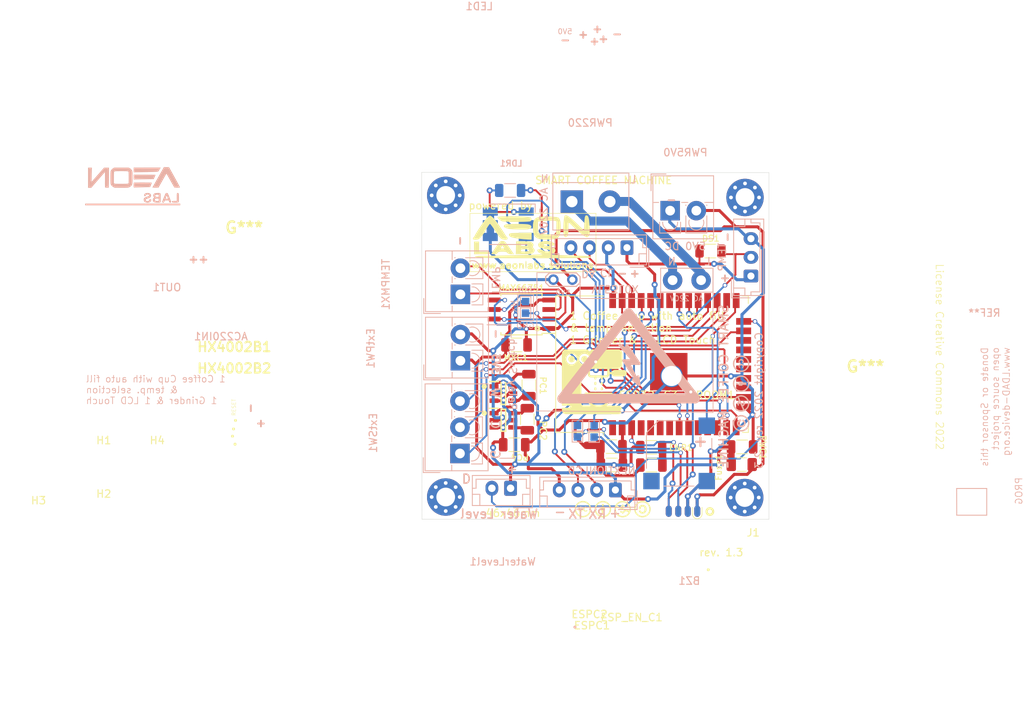
<source format=kicad_pcb>
(kicad_pcb (version 20211014) (generator pcbnew)
  (title_block (date "2021-12-28") (rev "5.3") (company "AeonLabs"))
  (layers (0 "F.Cu" signal) (31 "B.Cu" signal) (34 "B.Paste" user) (35 "F.Paste" user) (36 "B.SilkS" user "B.Silkscreen") (37 "F.SilkS" user "F.Silkscreen") (38 "B.Mask" user) (39 "F.Mask" user) (44 "Edge.Cuts" user))
  (net 0 "")
  (net 1 "Net-(HX4002B1-Pad4)")
  (net 2 "Net-(HX4002B1-Pad6)")
  (net 3 "/GND")
  (net 4 "Net-(CJ12-Pad1)")
  (net 5 "/IO18_DS")
  (net 6 "/5V0")
  (net 7 "/3V3")
  (net 8 "/IO01TX")
  (net 9 "/IO3RX")
  (net 10 "/IO23_")
  (net 11 "/IO22_TOF_CL")
  (net 12 "/IO03RX")
  (net 13 "/RST_EN_RTS")
  (net 14 "/5V0F")
  (net 15 "/IO21_TOF_DA")
  (net 17 "/IO32_LEDR")
  (net 18 "/IO19_BUZ")
  (net 19 "/IO33_LEDG")
  (net 20 "/IO27_LEDB")
  (net 21 "/IO05_MX_D")
  (net 22 "/IO13_MX_SK")
  (net 23 "/IO14_MX_CS")
  (net 24 "Net-(LDR1-Pad2)")
  (net 25 "/IO39_LD2_3V3")
  (net 31 "/IO17_U2TX_nexRx")
  (net 32 "/IO26_")
  (net 33 "/IO25_")
  (net 34 "/IO35_")
  (net 35 "/IO34_")
  (net 36 "/IO36_")
  (net 37 "Net-(MAX66751-Pad3)")
  (net 38 "/IO16_U2RX_nexTx")
  (net 39 "/AC_220_IN")
  (net 40 "/GND_220")
  (net 41 "/TX_IN")
  (net 42 "/RX_IN")
  (net 43 "/IO0_BOOT_DTR")
  (net 44 "Net-(HX4002B2-Pad6)")
  (net 45 "Net-(HX4002B2-Pad4)")
  (net 46 "/IO04_H2O")
  (net 47 "/IO12_grinder")
  (net 48 "/IO15_Coffee")
  (net 52 "/IO24_WaterLevel")
  (footprint "Resistor_SMD:R_1206_3216Metric" (layer "F.Cu") (at 148.84 106.86)
    (fp_text reference "ENR1")
    (fp_text value "10k")
  )
  (footprint "Capacitor_SMD:C_1206_3216Metric" (layer "F.Cu") (at 130.84 93.17 180)
    (fp_text reference "MXC1")
    (fp_text value "0.1pF")
  )
  (footprint "Capacitor_SMD:C_1206_3216Metric" (layer "F.Cu") (at 132.49 98.55 -90)
    (fp_text reference "PC1")
    (fp_text value "2.2uF")
  )
  (footprint "Capacitor_SMD:C_1206_3216Metric" (layer "F.Cu") (at 132.28 103.1 -90)
    (fp_text reference "PC2")
    (fp_text value "2.2uF")
  )
  (footprint "Capacitor_SMD:C_1206_3216Metric" (layer "F.Cu") (at 160.99 106.8)
    (fp_text reference "PWC1")
    (fp_text value "0.1pF")
  )
  (footprint "MountingHole:MountingHole_3.2mm_M3_DIN965" (layer "F.Cu") (at 82.81 109.73)
    (fp_text reference "H4")
    (fp_text value "MountingHole")
  )
  (footprint "Capacitor_SMD:C_1206_3216Metric" (layer "F.Cu") (at 143.52 106.76 180)
    (fp_text reference "ESPC2")
    (fp_text value "22uF")
  )
  (footprint "RF_Module:ESP32-WROOM-32" (layer "F.Cu") (at 151.94 95.74 90)
    (fp_text reference "ESP32-S3-WROOM1")
    (fp_text value "ESP32-S3-WROOM1")
  )
  (footprint "Capacitor_SMD:C_1206_3216Metric" (layer "F.Cu") (at 143.58 109.22 180)
    (fp_text reference "ESPC1")
    (fp_text value "0.1uF")
  )
  (footprint "Resistor_SMD:R_1206_3216Metric" (layer "F.Cu") (at 156.76 80.62)
    (fp_text reference "DS1")
    (fp_text value "4K7")
  )
  (footprint "MountingHole:MountingHole_2.5mm_Pad_Via" (layer "F.Cu") (at 161.38 73.46)
    (fp_text reference "REF**")
    (fp_text value "MountingHole_2.5mm_Pad_Via")
  )
  (footprint "MountingHole:MountingHole_3.2mm_M3_DIN965" (layer "F.Cu") (at 75.66 109.73)
    (fp_text reference "H1")
    (fp_text value "MountingHole")
  )
  (footprint "AeonLabs:coffee machine icon" (layer "F.Cu") (at 141.23 98.1)
    (fp_text reference "G***")
    (fp_text value "LOGO" hide)
  )
  (footprint "Package_SO:SOIC-8W_5.3x5.3mm_P1.27mm" (layer "F.Cu") (at 131.5 89.07 180)
    (fp_text reference "MAX66751")
    (fp_text value "MAX6675")
  )
  (footprint "MountingHole:MountingHole_3.2mm_M3_DIN965" (layer "F.Cu") (at 75.66 116.88)
    (fp_text reference "H2")
    (fp_text value "MountingHole")
  )
  (footprint "AeonLabs:HX4002 SOT95 P280X125-6N" (layer "F.Cu") (at 129.04 103.26)
    (fp_text reference "HX4002B2")
    (fp_text value "PWIC1" hide)
  )
  (footprint "MountingHole:MountingHole_2.5mm_Pad_Via" (layer "F.Cu") (at 121.37 73.18)
    (fp_text reference "REF**")
    (fp_text value "MountingHole_2.5mm_Pad_Via")
  )
  (footprint "Capacitor_SMD:C_1206_3216Metric" (layer "F.Cu") (at 148.86 109.23)
    (fp_text reference "ESP_EN_C1")
    (fp_text value "0.1uF")
  )
  (footprint "Capacitor_SMD:C_1206_3216Metric" (layer "F.Cu") (at 130.53 106.51)
    (fp_text reference "PC4")
    (fp_text value "2.2uF")
  )
  (footprint "Connector:SOIC_clipProgSmall" (layer "F.Cu") (at 153.09 116.1495)
    (fp_text reference "J1")
    (fp_text value "Conn_01x08_Male")
  )
  (footprint "MountingHole:MountingHole_2.5mm_Pad_Via" (layer "F.Cu") (at 161.34 113.57)
    (fp_text reference "REF**")
    (fp_text value "MountingHole_2.5mm_Pad_Via")
  )
  (footprint "AeonLabs:aeon creative commons logos" (layer "F.Cu") (at 143.6798 115.068532)
    (fp_text reference "G***" hide)
    (fp_text value "LOGO" hide)
  )
  (footprint "MountingHole:MountingHole_3.2mm_M3_DIN965" (layer "F.Cu") (at 66.94 117.77)
    (fp_text reference "H3")
    (fp_text value "MountingHole")
  )
  (footprint "MountingHole:MountingHole_2.5mm_Pad_Via" (layer "F.Cu") (at 121.37 113.5)
    (fp_text reference "REF**")
    (fp_text value "MountingHole_2.5mm_Pad_Via")
  )
  (footprint "AeonLabs:HX4002 SOT95 P280X125-6N" (layer "F.Cu") (at 129.0375 99.69)
    (fp_text reference "HX4002B1")
    (fp_text value "PWIC" hide)
  )
  (footprint "AeonLabs:aeon logo www" (layer "F.Cu") (at 133.03 79.44)
    (fp_text reference "G***")
    (fp_text value "LOGO" hide)
  )
  (footprint "Fuse:Fuse_1206_3216Metric" (layer "F.Cu") (at 160.94 109.16)
    (fp_text reference "Fuse1")
    (fp_text value "Polyfuse")
  )
  (footprint "TestPoint:TestPoint_Pad_1.0x1.0mm" (layer "B.Cu") (at 141.21 105.49)
    (fp_text reference "CRX1")
    (fp_text value "CRX")
  )
  (footprint "TestPoint:TestPoint_Pad_1.0x1.0mm" (layer "B.Cu") (at 141.22 103.97)
    (fp_text reference "CRX2")
    (fp_text value "CRX2")
  )
  (footprint "TestPoint:TestPoint_Pad_1.0x1.0mm" (layer "B.Cu") (at 138.98 105.46)
    (fp_text reference "CTX1")
    (fp_text value "CTX")
  )
  (footprint "TestPoint:TestPoint_Pad_1.0x1.0mm" (layer "B.Cu") (at 138.98 103.94)
    (fp_text reference "CTX2")
    (fp_text value "CTX2")
  )
  (footprint "TestPoint:TestPoint_Pad_1.0x1.0mm" (layer "B.Cu") (at 132.05 87.38)
    (fp_text reference "CJ11")
    (fp_text value "CJ11")
  )
  (footprint "TestPoint:TestPoint_Pad_1.0x1.0mm" (layer "B.Cu") (at 132.04 88.92)
    (fp_text reference "CJ12")
    (fp_text value "CJ12")
  )
  (footprint "Resistor_SMD:R_1206_3216Metric" (layer "B.Cu") (at 129.98 72.52 180)
    (fp_text reference "LDR1")
    (fp_text value "330R")
  )
  (footprint "TerminalBlock_4Ucon:TerminalBlock_4Ucon_1x02_P3.50mm_Vertical" (layer "B.Cu") (at 123.335 86.41 90)
    (fp_text reference "TEMPMX1")
    (fp_text value "MAX6675_Conn")
  )
  (footprint "TestPoint:TestPoint_2Pads_Pitch2.54mm_Drill0.8mm" (layer "B.Cu") (at 135.76 84.44)
    (fp_text reference "OUT1")
    (fp_text value "AC/DC Out")
  )
  (footprint "TestPoint:TestPoint_2Pads_Pitch3.81mm_Drill1.3mm" (layer "B.Cu") (at 151.7 84.52)
    (fp_text reference "AC220IN1")
    (fp_text value "AC220IN")
  )
  (footprint "Connector_JST:JST_EH_B2B-EH-A_1x02_P2.50mm_Vertical" (layer "B.Cu") (at 130.04 112.33 180)
    (fp_text reference "WaterLevel1")
    (fp_text value "WaterLevel")
  )
  (footprint "Symbol:Symbol_Highvoltage_Type2_Front_Silk_Small" (layer "B.Cu") (at 145.82 96.54 180)
    (fp_text reference "REF**")
    (fp_text value "Symbol_Highvoltage_Type2_Front_Silk_Small")
  )
  (footprint "Connector_JST:JST_EH_B4B-EH-A_1x04_P2.50mm_Vertical" (layer "B.Cu") (at 144.05 112.56 180)
    (fp_text reference "NEXTIONLCD1")
    (fp_text value "NEXION_conn")
  )
  (footprint "AeonLabs:aeon creative commons logos" (layer "B.Cu") (at 160.808532 99.6498 -90)
    (fp_text reference "G***" hide)
    (fp_text value "LOGO" hide)
  )
  (footprint "TerminalBlock_4Ucon:TerminalBlock_4Ucon_1x03_P3.50mm_Vertical" (layer "B.Cu") (at 123.275 107.68 90)
    (fp_text reference "ExtSW1")
    (fp_text value "Conn_01x03_Female")
  )
  (footprint "Connector_JST:JST_EH_B3B-EH-A_1x03_P2.50mm_Vertical" (layer "B.Cu") (at 162.17 83.96 90)
    (fp_text reference "TEMPDS1")
    (fp_text value "DS_Conn")
  )
  (footprint "TerminalBlock_4Ucon:TerminalBlock_4Ucon_1x02_P3.50mm_Vertical" (layer "B.Cu") (at 123.335 95.28 90)
    (fp_text reference "ExtPW1")
    (fp_text value "Conn_01x02_Female")
  )
  (footprint "TerminalBlock:TerminalBlock_bornier-2_P5.08mm" (layer "B.Cu") (at 138.23 74.01)
    (fp_text reference "PWR220")
    (fp_text value "PWR220")
  )
  (footprint "TerminalBlock_4Ucon:TerminalBlock_4Ucon_1x02_P3.50mm_Vertical" (layer "B.Cu") (at 151.37 75.22)
    (fp_text reference "PWR5V0")
    (fp_text value "PWR5V0")
  )
  (footprint "LED_SMD:LED_RGB_5050-6" (layer "B.Cu") (at 129.73 77.04 180)
    (fp_text reference "LED1")
    (fp_text value "LED_GBRC")
  )
  (footprint "Buzzer_Beeper:MagneticBuzzer_Kobitone_254-EMB84Q-RO" (layer "B.Cu") (at 152.57 107.67 180)
    (fp_text reference "BZ1")
    (fp_text value "Buzzer")
  )
  (footprint "AeonLabs Logo:aeonlabs pcb logo" (layer "B.Cu") (at 79.53 71.94 180)
    (fp_text reference "G***" hide)
    (fp_text value "LOGO" hide)
  )
  (footprint "Connector_JST:JST_EH_B4B-EH-A_1x04_P2.50mm_Vertical" (layer "B.Cu") (at 145.6 80.17 180)
    (fp_text reference "VL53L0X1")
    (fp_text value "TOF_conn")
  )
  (gr_line (start 189.68 115.93) (end 193.69 115.93) (layer "B.SilkS") (width 0.12))
  (gr_line (start 193.69 112.36) (end 189.67 112.36) (layer "B.SilkS") (width 0.12))
  (gr_line (start 193.69 115.93) (end 193.69 112.36) (layer "B.SilkS") (width 0.12))
  (gr_line (start 189.67 112.36) (end 189.68 115.93) (layer "B.SilkS") (width 0.12))
  (gr_circle (center 138.64 130.89) (end 138.54 130.89) (layer "B.SilkS") (width 0.2) (fill none))
  (gr_line (start 131.01 89.93) (end 133.1 89.92) (layer "B.SilkS") (width 0.12))
  (gr_line (start 133.1 89.93) (end 133.1 86.41) (layer "B.SilkS") (width 0.12))
  (gr_line (start 131.01 86.41) (end 133.1 86.41) (layer "B.SilkS") (width 0.12))
  (gr_line (start 131.01 89.93) (end 131.01 86.41) (layer "B.SilkS") (width 0.12))
  (gr_line (start 139.33 84.06) (end 139.33 86.96) (layer "B.SilkS") (width 0.12))
  (gr_line (start 130.47 108.31) (end 128.61 108.32) (layer "B.SilkS") (width 0.12))
  (gr_line (start 139.33 86.96) (end 150.09 86.95) (layer "B.SilkS") (width 0.12))
  (gr_line (start 133.56 83.51) (end 133.53 101.99) (layer "B.SilkS") (width 0.1))
  (gr_line (start 130.1 90.47) (end 130.11 92.12) (layer "B.SilkS") (width 0.12))
  (gr_line (start 157.11 102.2) (end 133.53 101.99) (layer "B.SilkS") (width 0.1))
  (gr_line (start 133.56 83.51) (end 135.25 83.51) (layer "B.SilkS") (width 0.1))
  (gr_line (start 150.09 86.01) (end 150.09 86.95) (layer "B.SilkS") (width 0.12))
  (gr_line (start 157.095 86.04) (end 157.11 102.2) (layer "B.SilkS") (width 0.1))
  (gr_line (start 126.9 90.47) (end 130.1 90.47) (layer "B.SilkS") (width 0.12))
  (gr_line (start 130.41 102.11) (end 130.47 108.31) (layer "B.SilkS") (width 0.12))
  (gr_circle (center 93.01 104.4) (end 93.01 104.3) (layer "F.SilkS") (width 0.2) (fill none))
  (gr_circle (center 133.62 90.978052) (end 133.851948 90.978052) (layer "F.SilkS") (width 0.3) (fill none))
  (gr_circle (center 93.27 103.26) (end 93.27 103.16) (layer "F.SilkS") (width 0.2) (fill none))
  (gr_circle (center 156.68 115.44) (end 157.11 115.53) (layer "F.SilkS") (width 0.3) (fill none))
  (gr_circle (center 92.87 105.37) (end 92.97 105.37) (layer "F.SilkS") (width 0.2) (fill none))
  (gr_circle (center 93.21 106.44) (end 93.21 106.34) (layer "F.SilkS") (width 0.2) (fill none))
  (gr_circle (center 156.47 123.22) (end 156.37 123.22) (layer "F.SilkS") (width 0.2) (fill none))
  (gr_line (start 118.15 70.11) (end 164.58 70.13) (layer "Edge.Cuts") (width 0.05))
  (gr_line (start 164.58 70.13) (end 164.58 116.48) (layer "Edge.Cuts") (width 0.05))
  (gr_line (start 164.58 116.48) (end 118.2 116.46) (layer "Edge.Cuts") (width 0.05))
  (gr_line (start 118.2 116.46) (end 118.15 70.11) (layer "Edge.Cuts") (width 0.05))
  (gr_text "PROG" (at 197.99 112.68 90) (layer "B.SilkS") (effects (font (size 0.9 0.9) (thickness 0.1)) (justify mirror)))
  (gr_text "MX" (at 130.49 88 90) (layer "B.SilkS") (effects (font (size 0.8 0.8) (thickness 0.08)) (justify mirror)))
  (gr_text "GND" (at 132.01 90.61) (layer "B.SilkS") (effects (font (size 0.8 0.8) (thickness 0.08)) (justify mirror)))
  (gr_text "DIN" (at 131.98 85.79) (layer "B.SilkS") (effects (font (size 0.8 0.8) (thickness 0.08)) (justify mirror)))
  (gr_text "CL" (at 142.89 83.5 180) (layer "B.SilkS") (effects (font (size 1 1)) (justify mirror)))
  (gr_text "5V0 DC" (at 153.38 79.98) (layer "B.SilkS") (effects (font (size 1 1)) (justify mirror)))
  (gr_text "Copyright 2022 rev. 2.3\n" (at 163.24 100.59 90) (layer "B.SilkS") (effects (font (size 1 1)) (justify mirror)))
  (gr_text "-\n" (at 123.23 79.26 90) (layer "B.SilkS") (effects (font (size 1 1) (thickness 0.25))))
  (gr_text "-" (at 144.29 51.59) (layer "B.SilkS") (effects (font (size 1 1) (thickness 0.25))))
  (gr_text "+" (at 130.23 109.74) (layer "B.SilkS") (effects (font (size 1.2 1.2) (thickness 0.2))))
  (gr_text "+" (at 96.67 103.61) (layer "B.SilkS") (effects (font (size 1 1) (thickness 0.25))))
  (gr_text "+" (at 144.01 115.64) (layer "B.SilkS") (effects (font (size 1.2 1.2) (thickness 0.2))))
  (gr_text "VL53L0X" (at 144.02 85.69 180) (layer "B.SilkS") (effects (font (size 1 1)) (justify mirror)))
  (gr_text "+" (at 141.64 50.92) (layer "B.SilkS") (effects (font (size 1 1) (thickness 0.25))))
  (gr_text "-\n" (at 158.99 78.76 90) (layer "B.SilkS") (effects (font (size 1 1) (thickness 0.25))))
  (gr_text "-\n" (at 95.25 101.63 90) (layer "B.SilkS") (effects (font (size 1 1) (thickness 0.25))))
  (gr_text "TX" (at 138.81 115.78) (layer "B.SilkS") (effects (font (size 1.2 1.2) (thickness 0.2)) (justify mirror)))
  (gr_text "Water Level" (at 128.5 115.76) (layer "B.SilkS") (effects (font (size 1.2 1.2) (thickness 0.2)) (justify mirror)))
  (gr_text "5V0" (at 137.04 86.19) (layer "B.SilkS") (effects (font (size 0.7 0.7) (thickness 0.1)) (justify mirror)))
  (gr_text "-\n" (at 127.98 91.7 90) (layer "B.SilkS") (effects (font (size 1 1) (thickness 0.25))))
  (gr_text "-\n" (at 136.65 115.65 180) (layer "B.SilkS") (effects (font (size 1.2 1.2) (thickness 0.2))))
  (gr_text "+" (at 139.75 51.66) (layer "B.SilkS") (effects (font (size 1 1) (thickness 0.25))))
  (gr_text "-\n" (at 137.35 52.53 180) (layer "B.SilkS") (effects (font (size 1 1) (thickness 0.25))))
  (gr_text "3V3\n" (at 128.08 95.74 -90) (layer "B.SilkS") (effects (font (size 1 1) (thickness 0.25)) (justify mirror)))
  (gr_text "NEXTIONLCD" (at 142.22 110.01) (layer "B.SilkS") (effects (font (size 1 1)) (justify mirror)))
  (gr_text "AC 220V" (at 153.55 86.96) (layer "B.SilkS") (effects (font (size 0.7 0.7) (thickness 0.1)) (justify mirror)))
  (gr_text "+" (at 87.65 81.71) (layer "B.SilkS") (effects (font (size 1 1) (thickness 0.25))))
  (gr_text "D" (at 124.14 111.09) (layer "B.SilkS") (effects (font (size 1.2 1.2) (thickness 0.2))))
  (gr_text "L" (at 146.45 71.04) (layer "B.SilkS") (effects (font (size 1 1)) (justify mirror)))
  (gr_text "AC 220V" (at 134.5 75.3 90) (layer "B.SilkS") (effects (font (size 1 1)) (justify mirror)))
  (gr_text "Donate or Sponsor this\nopen source project\nwww.LDAD-device.org" (at 194.86 93.42 90) (layer "B.SilkS") (effects (font (size 0.9 0.9) (thickness 0.1)) (justify left mirror)))
  (gr_text "-\n" (at 151.54 73.9 180) (layer "B.SilkS") (effects (font (size 1 1) (thickness 0.25))))
  (gr_text "C" (at 128.01 103.8 -90) (layer "B.SilkS") (effects (font (size 1.2 1.2) (thickness 0.2)) (justify mirror)))
  (gr_text "W" (at 128 99.57 -90) (layer "B.SilkS") (effects (font (size 1.2 1.2) (thickness 0.2)) (justify mirror)))
  (gr_text "5V0" (at 137.31 51.27) (layer "B.SilkS") (effects (font (size 0.7 0.7) (thickness 0.1)) (justify mirror)))
  (gr_text "L" (at 156.38 82.03) (layer "B.SilkS") (effects (font (size 1 1)) (justify mirror)))
  (gr_text "SMART COFFEE MACHINE" (at 158.53 109.86 90) (layer "B.SilkS") (effects (font (size 1.2 1.2) (thickness 0.2)) (justify right mirror)))
  (gr_text "+" (at 142.45 52.24) (layer "B.SilkS") (effects (font (size 1 1) (thickness 0.25))))
  (gr_text "RX" (at 141.64 115.78) (layer "B.SilkS") (effects (font (size 1.2 1.2) (thickness 0.2)) (justify mirror)))
  (gr_text "-\n" (at 144.97 83.59) (layer "B.SilkS") (effects (font (size 1 1) (thickness 0.25))))
  (gr_text "N" (at 134.59 70.98) (layer "B.SilkS") (effects (font (size 1 1)) (justify mirror)))
  (gr_text "G" (at 127.96 107.83 -90) (layer "B.SilkS") (effects (font (size 1.2 1.2) (thickness 0.2)) (justify mirror)))
  (gr_text "N" (at 151.6 82.02) (layer "B.SilkS") (effects (font (size 1 1)) (justify mirror)))
  (gr_text "TEMP" (at 158.33 81.43 -270) (layer "B.SilkS") (effects (font (size 1 1)) (justify mirror)))
  (gr_text "TEMP" (at 128.05 84.57 -90) (layer "B.SilkS") (effects (font (size 1 1)) (justify mirror)))
  (gr_text "+" (at 155.42 106.01) (layer "B.SilkS") (effects (font (size 1.5 1.5) (thickness 0.3))))
  (gr_text "DA\n" (at 140.42 83.64 180) (layer "B.SilkS") (effects (font (size 1 1)) (justify mirror)))
  (gr_text "+" (at 158.7 84.19) (layer "B.SilkS") (effects (font (size 1 1) (thickness 0.25))))
  (gr_text "+" (at 146.64 83.6) (layer "B.SilkS") (effects (font (size 1 1) (thickness 0.25))))
  (gr_text "+" (at 141.26 52.56) (layer "B.SilkS") (effects (font (size 1 1) (thickness 0.25))))
  (gr_text "Relay Switch" (at 130.31 97.08 -90) (layer "B.SilkS") (effects (font (size 1 1)) (justify mirror)))
  (gr_text "+" (at 88.99 81.71) (layer "B.SilkS") (effects (font (size 1 1) (thickness 0.25))))
  (gr_text "1 Coffee Cup with auto fill\n& temp. selection\n1 Grinder & 1 LCD Touch" (at 73.22 99.17) (layer "B.SilkS") (effects (font (size 0.9 0.9) (thickness 0.1)) (justify right mirror)))
  (gr_text "powered by" (at 128.7 74.54) (layer "F.SilkS") (effects (font (size 1 1))))
  (gr_text "SMART COFFEE MACHINE" (at 151.73 71.16) (layer "F.SilkS") (effects (font (size 1 1)) (justify right)))
  (gr_text "46x46mm" (at 130.36 115.65) (layer "F.SilkS") (effects (font (size 1 1))))
  (gr_text "License Creative Commons 2022" (at 187.39 94.76 270) (layer "F.SilkS") (effects (font (size 1 1) (thickness 0.1))))
  (gr_text "RESET" (at 93.06 101.51 90) (layer "F.SilkS") (effects (font (size 0.5 0.5) (thickness 0.05))))
  (gr_text "1 Coffee Cup with auto fill \n& temp. selection\n1 Grinder & 1 LCD Touch" (at 137.85 90.89) (layer "F.SilkS") (effects (font (size 1 1)) (justify left)))
  (gr_text "rev. 1.3\n" (at 158.21 120.91) (layer "F.SilkS") (effects (font (size 1 1))))
  (segment (start 130.39 100.62) (end 130.8 100.62) (width 0.25) (layer "F.Cu") (net 1))
  (segment (start 131.09 100.6) (end 131.665 100.025) (width 0.4) (layer "F.Cu") (net 1))
  (segment (start 131.665 100.025) (end 132.49 100.025) (width 0.4) (layer "F.Cu") (net 1))
  (segment (start 130.36 100.6) (end 131.09 100.6) (width 0.4) (layer "F.Cu") (net 1))
  (segment (start 130.36 98.7) (end 130.36 97.66) (width 0.4) (layer "F.Cu") (net 2))
  (segment (start 130.945 97.075) (end 132.49 97.075) (width 0.4) (layer "F.Cu") (net 2))
  (segment (start 130.36 97.66) (end 130.945 97.075) (width 0.4) (layer "F.Cu") (net 2))
  (segment (start 124.84 91.69) (end 125.36 92.21) (width 0.4) (layer "F.Cu") (net 3))
  (segment (start 138.34 86.51) (end 138.34 86.97) (width 0.4) (layer "F.Cu") (net 3))
  (segment (start 126.745 93.595) (end 127.1 93.95) (width 0.4) (layer "F.Cu") (net 3))
  (segment (start 122.8 91.69) (end 124.84 91.69) (width 0.4) (layer "F.Cu") (net 3))
  (segment (start 130.71 89.6) (end 130.71 89.17) (width 0.4) (layer "F.Cu") (net 3))
  (segment (start 133.71 102.92) (end 133.71 103.87) (width 0.4) (layer "F.Cu") (net 3))
  (segment (start 153.73 113.41) (end 155.405 111.735) (width 0.4) (layer "F.Cu") (net 3))
  (segment (start 132.005 106.51) (end 132.005 107.865) (width 0.4) (layer "F.Cu") (net 3))
  (segment (start 162.465 107.05) (end 162.465 102.605) (width 0.4) (layer "F.Cu") (net 3))
  (segment (start 139.79 106.59) (end 138.67 105.47) (width 0.4) (layer "F.Cu") (net 3))
  (segment (start 143.545 104.19) (end 143.545 103.745) (width 0.4) (layer "F.Cu") (net 3))
  (segment (start 160.805 101.405) (end 160.72 101.49) (width 0.4) (layer "F.Cu") (net 3))
  (segment (start 142.46 103.28) (end 142.79 103.61) (width 0.4) (layer "F.Cu") (net 3))
  (segment (start 143.75 85.58) (end 139.27 85.58) (width 0.4) (layer "F.Cu") (net 3))
  (segment (start 142.105 109.855) (end 142.105 109.22) (width 0.4) (layer "F.Cu") (net 3))
  (segment (start 136.56 104.54) (end 137.16 103.94) (width 0.4) (layer "F.Cu") (net 3))
  (segment (start 137.06 112.59) (end 137.15 112.5) (width 0.25) (layer "F.Cu") (net 3))
  (segment (start 134.38 104.54) (end 134.12 104.8) (width 0.4) (layer "F.Cu") (net 3))
  (segment (start 153.715 115.38) (end 153.715 113.715) (width 0.4) (layer "F.Cu") (net 3))
  (segment (start 131.945 106.13) (end 132.79 106.13) (width 0.4) (layer "F.Cu") (net 3))
  (segment (start 138.67 103.28) (end 142.46 103.28) (width 0.4) (layer "F.Cu") (net 3))
  (segment (start 135.53 109.71) (end 136.55 110.73) (width 0.4) (layer "F.Cu") (net 3))
  (segment (start 133.71 103.87) (end 134.38 104.54) (width 0.4) (layer "F.Cu") (net 3))
  (segment (start 138.34 89.01) (end 138.34 86.97) (width 0.4) (layer "F.Cu") (net 3))
  (segment (start 133.25 105.67) (end 133.385 105.535) (width 0.4) (layer "F.Cu") (net 3))
  (segment (start 143.755 85.735) (end 143.74 85.72) (width 0.4) (layer "F.Cu") (net 3))
  (segment (start 133.63 105.29) (end 134.12 104.8) (width 0.4) (layer "F.Cu") (net 3))
  (segment (start 146.42 110.62) (end 142.87 110.62) (width 0.4) (layer "F.Cu") (net 3))
  (segment (start 135.15 90.975) (end 136.375 90.975) (width 0.4) (layer "F.Cu") (net 3))
  (segment (start 135.19 90.975) (end 132.215 90.975) (width 0.4) (layer "F.Cu") (net 3))
  (segment (start 140.195 106.59) (end 139.79 106.59) (width 0.4) (layer "F.Cu") (net 3))
  (segment (start 136.55 110.73) (end 136.55 113.08) (width 0.4) (layer "F.Cu") (net 3))
  (segment (start 136.375 90.975) (end 138.34 89.01) (width 0.4) (layer "F.Cu") (net 3))
  (segment (start 156.81 107.4) (end 156.8 107.39) (width 0.4) (layer "F.Cu") (net 3))
  (segment (start 125.36 92.21) (end 126.745 93.595) (width 0.4) (layer "F.Cu") (net 3))
  (segment (start 133.385 105.535) (end 133.63 105.29) (width 0.4) (layer "F.Cu") (net 3))
  (segment (start 142.87 110.62) (end 142.105 109.855) (width 0.4) (layer "F.Cu") (net 3))
  (segment (start 132.415 109.71) (end 135.53 109.71) (width 0.4) (layer "F.Cu") (net 3))
  (segment (start 127.1 93.95) (end 127.72 93.95) (width 0.4) (layer "F.Cu") (net 3))
  (segment (start 128.49 103.25) (end 128.94 102.8) (width 0.4) (layer "F.Cu") (net 3))
  (segment (start 127.85 99.69) (end 128.7 99.69) (width 0.4) (layer "F.Cu") (net 3))
  (segment (start 143.76 87.0075) (end 143.76 85.5525) (width 0.4) (layer "F.Cu") (net 3))
  (segment (start 132.215 90.975) (end 132.15 91.04) (width 0.4) (layer "F.Cu") (net 3))
  (segment (start 143.545 103.745) (end 143.41 103.61) (width 0.4) (layer "F.Cu") (net 3))
  (segment (start 143.43 103.47) (end 142.81 103.47) (width 0.4) (layer "F.Cu") (net 3))
  (segment (start 139.27 85.58) (end 138.34 86.51) (width 0.4) (layer "F.Cu") (net 3))
  (segment (start 156.81 110.33) (end 156.81 107.4) (width 0.4) (layer "F.Cu") (net 3))
  (segment (start 142.045 109.16) (end 142.105 109.22) (width 1) (layer "F.Cu") (net 3))
  (segment (start 128.7 99.69) (end 129.12 99.27) (width 0.4) (layer "F.Cu") (net 3))
  (segment (start 132.15 93.165) (end 132.335 93.35) (width 0.4) (layer "F.Cu") (net 3))
  (segment (start 141.875 106.59) (end 142.045 106.76) (width 1) (layer "F.Cu") (net 3))
  (segment (start 161.055 101.405) (end 160.805 101.405) (width 0.4) (layer "F.Cu") (net 3))
  (segment (start 132.79 106.13) (end 133.385 105.535) (width 0.4) (layer "F.Cu") (net 3))
  (segment (start 162.465 102.605) (end 161.265 101.405) (width 0.4) (layer "F.Cu") (net 3))
  (segment (start 137.82 103.28) (end 138.58 103.28) (width 0.4) (layer "F.Cu") (net 3))
  (segment (start 147.385 109.655) (end 146.42 110.62) (width 0.4) (layer "F.Cu") (net 3))
  (segment (start 133.63 103) (end 133.71 102.92) (width 0.4) (layer "F.Cu") (net 3))
  (segment (start 161.8 79.45) (end 162.03 79.45) (width 0.4) (layer "F.Cu") (net 3))
  (segment (start 127.64 103.27) (end 128.46 103.27) (width 0.4) (layer "F.Cu") (net 3))
  (segment (start 138.67 105.47) (end 138.67 103.28) (width 0.4) (layer "F.Cu") (net 3))
  (segment (start 134.38 104.54) (end 136.56 104.54) (width 0.4) (layer "F.Cu") (net 3))
  (segment (start 132.005 107.865) (end 132.415 108.275) (width 0.4) (layer "F.Cu") (net 3))
  (segment (start 142.045 106.76) (end 142.045 109.16) (width 1) (layer "F.Cu") (net 3))
  (segment (start 147.385 109.23) (end 147.385 109.655) (width 0.4) (layer "F.Cu") (net 3))
  (segment (start 138.34 86.86) (end 135.92 84.44) (width 0.4) (layer "F.Cu") (net 3))
  (segment (start 138.34 86.97) (end 138.34 86.86) (width 0.4) (layer "F.Cu") (net 3))
  (segment (start 155.405 111.735) (end 156.81 110.33) (width 0.4) (layer "F.Cu") (net 3))
  (segment (start 140.195 106.59) (end 141.875 106.59) (width 1) (layer "F.Cu") (net 3))
  (segment (start 132.15 91.04) (end 132.15 93.165) (width 0.4) (layer "F.Cu") (net 3))
  (segment (start 143.475 104.12) (end 143.545 104.19) (width 0.4) (layer "F.Cu") (net 3))
  (segment (start 151.56 97.32) (end 159.25 97.32) (width 0.4) (layer "F.Cu") (net 3))
  (segment (start 132.415 108.275) (end 132.415 109.71) (width 0.4) (layer "F.Cu") (net 3))
  (segment (start 137.16 103.94) (end 137.82 103.28) (width 0.4) (layer "F.Cu") (net 3))
  (segment (start 138.58 103.28) (end 138.67 103.28) (width 0.4) (layer "F.Cu") (net 3))
  (segment (start 135.92 84.44) (end 135.76 84.44) (width 0.4) (layer "F.Cu") (net 3))
  (segment (start 132.15 91.04) (end 130.71 89.6) (width 0.4) (layer "F.Cu") (net 3))
  (via (at 132.15 91.04) (size 0.6) (drill 0.4) (layers "F.Cu" "B.Cu") (net 3))
  (via (at 130.71 89.17) (size 0.6) (drill 0.4) (layers "F.Cu" "B.Cu") (net 3))
  (via (at 159.5 97.36) (size 0.8) (drill 0.4) (layers "F.Cu" "B.Cu") (net 3))
  (via (at 129.11 99.27) (size 0.8) (drill 0.4) (layers "F.Cu" "B.Cu") (net 3))
  (via (at 162.38 102.5) (size 0.8) (drill 0.4) (layers "F.Cu" "B.Cu") (net 3))
  (via (at 143.75 85.58) (size 0.8) (drill 0.4) (layers "F.Cu" "B.Cu") (net 3))
  (via (at 142.64 103.46) (size 0.8) (drill 0.4) (layers "F.Cu" "B.Cu") (net 3))
  (via (at 153.73 113.41) (size 0.8) (drill 0.4) (layers "F.Cu" "B.Cu") (net 3))
  (via (at 151.56 97.32) (size 3) (drill 2.7) (layers "F.Cu" "B.Cu") (net 3))
  (via (at 127.72 93.95) (size 0.8) (drill 0.4) (layers "F.Cu" "B.Cu") (net 3))
  (via (at 133.71 102.92) (size 0.8) (drill 0.4) (layers "F.Cu" "B.Cu") (net 3))
  (via (at 156.8 107.39) (size 0.8) (drill 0.4) (layers "F.Cu" "B.Cu") (net 3))
  (via (at 128.94 102.86) (size 0.8) (drill 0.4) (layers "F.Cu" "B.Cu") (net 3))
  (segment (start 127.72 95.7) (end 127.72 94.48) (width 0.4) (layer "B.Cu") (net 3))
  (segment (start 160.97 97.32) (end 160.97 97.72) (width 0.4) (layer "B.Cu") (net 3))
  (segment (start 127.34 75.37) (end 127.34 78.77) (width 1) (layer "B.Cu") (net 3))
  (segment (start 143.74 83.12) (end 142.89 82.27) (width 0.4) (layer "B.Cu") (net 3))
  (segment (start 153.73 113.41) (end 155.77 111.37) (width 0.4) (layer "B.Cu") (net 3))
  (segment (start 151.56 97.62) (end 147.95 101.23) (width 0.4) (layer "B.Cu") (net 3))
  (segment (start 130.71 89.17) (end 130.71 88.12) (width 0.4) (layer "B.Cu") (net 3))
  (segment (start 151.56 97.32) (end 151.56 97.62) (width 0.4) (layer "B.Cu") (net 3))
  (segment (start 151.58 97.3) (end 151.56 97.32) (width 0.4) (layer "B.Cu") (net 3))
  (segment (start 128.38 97.32) (end 129.66 97.32) (width 0.4) (layer "B.Cu") (net 3))
  (segment (start 143.74 85.72) (end 143.74 83.12) (width 0.4) (layer "B.Cu") (net 3))
  (segment (start 130.65 91.02) (end 132.13 91.02) (width 0.4) (layer "B.Cu") (net 3))
  (segment (start 162.03 79.45) (end 162.89 79.45) (width 0.4) (layer "B.Cu") (net 3))
  (segment (start 161.81 78.96) (end 160.505 77.655) (width 0.4) (layer "B.Cu") (net 3))
  (segment (start 127.72 99.76) (end 128.21 99.27) (width 0.4) (layer "B.Cu") (net 3))
  (segment (start 132.13 91.02) (end 132.15 91.04) (width 0.4) (layer "B.Cu") (net 3))
  (segment (start 133.64 101.3) (end 133.64 102.85) (width 0.4) (layer "B.Cu") (net 3))
  (segment (start 145.56 103.61) (end 142.79 103.61) (width 0.4) (layer "B.Cu") (net 3))
  (segment (start 142.89 82.27) (end 142.89 80.38) (width 0.4) (layer "B.Cu") (net 3))
  (segment (start 162.17 78.96) (end 161.81 78.96) (width 0.4) (layer "B.Cu") (net 3))
  (segment (start 160.97 97.32) (end 160.97 89.12) (width 0.4) (layer "B.Cu") (net 3))
  (segment (start 129.66 97.32) (end 133.64 101.3) (width 0.4) (layer "B.Cu") (net 3))
  (segment (start 152.235 77.655) (end 160.505 77.655) (width 0.4) (layer "B.Cu") (net 3))
  (segment (start 127.72 97.98) (end 127.72 95.7) (width 0.4) (layer "B.Cu") (net 3))
  (segment (start 163.85 80.41) (end 163.85 86.24) (width 0.4) (layer "B.Cu") (net 3))
  (segment (start 153.715 115.38) (end 153.715 113.735) (width 0.4) (layer "B.Cu") (net 3))
  (segment (start 133.64 102.85) (end 133.71 102.92) (width 0.4) (layer "B.Cu") (net 3))
  (segment (start 151.32 75.2) (end 151.32 76.74) (width 0.4) (layer "B.Cu") (net 3))
  (segment (start 163.85 86.24) (end 161.03 89.06) (width 0.4) (layer "B.Cu") (net 3))
  (segment (start 128.21 99.27) (end 129.12 99.27) (width 0.4) (layer "B.Cu") (net 3))
  (segment (start 155.77 111.37) (end 156.27 111.37) (width 0.4) (layer "B.Cu") (net 3))
  (segment (start 162.38 102.5) (end 157.49 107.39) (width 0.4) (layer "B.Cu") (net 3))
  (segment (start 162.38 102.5) (end 162.38 99.13) (width 0.4) (layer "B.Cu") (net 3))
  (segment (start 151.32 76.74) (end 152.235 77.655) (width 0.4) (layer "B.Cu") (net 3))
  (segment (start 128.91 102.91) (end 127.98 102.91) (width 0.4) (layer "B.Cu") (net 3))
  (segment (start 162.89 79.45) (end 163.85 80.41) (width 0.4) (layer "B.Cu") (net 3))
  (segment (start 127.72 102.65) (end 127.72 99.76) (width 0.4) (layer "B.Cu") (net 3))
  (segment (start 160.97 89.12) (end 161.03 89.06) (width 0.4) (layer "B.Cu") (net 3))
  (segment (start 147.95 101.23) (end 147.94 101.23) (width 0.4) (layer "B.Cu") (net 3))
  (segment (start 127.98 102.91) (end 127.72 102.65) (width 0.4) (layer "B.Cu") (net 3))
  (segment (start 130.71 88.12) (end 131.45 87.38) (width 0.4) (layer "B.Cu") (net 3))
  (segment (start 162.38 99.13) (end 160.97 97.72) (width 0.4) (layer "B.Cu") (net 3))
  (segment (start 131.45 87.38) (end 132.05 87.38) (width 0.4) (layer "B.Cu") (net 3))
  (segment (start 127.72 93.95) (end 127.72 94.48) (width 0.4) (layer "B.Cu") (net 3))
  (segment (start 127.72 99.76) (end 127.72 97.98) (width 0.4) (layer "B.Cu") (net 3))
  (segment (start 147.94 101.23) (end 145.56 103.61) (width 0.4) (layer "B.Cu") (net 3))
  (segment (start 130.65 91.02) (end 127.72 93.95) (width 0.4) (layer "B.Cu") (net 3))
  (segment (start 127.33 80.77) (end 127.33 78.74) (width 0.4) (layer "B.Cu") (net 3))
  (segment (start 131 84.44) (end 127.33 80.77) (width 0.4) (layer "B.Cu") (net 3))
  (segment (start 132.26 87.27) (end 132.2 87.21) (width 0.4) (layer "B.Cu") (net 3))
  (segment (start 135.76 84.44) (end 131 84.44) (width 0.4) (layer "B.Cu") (net 3))
  (segment (start 127.72 97.98) (end 128.38 97.32) (width 0.4) (layer "B.Cu") (net 3))
  (segment (start 142.89 80.38) (end 143.1 80.17) (width 0.4) (layer "B.Cu") (net 3))
  (segment (start 157.49 107.39) (end 156.8 107.39) (width 0.4) (layer "B.Cu") (net 3))
  (segment (start 135.8 84.8) (end 135.8 84.42) (width 0.4) (layer "B.Cu") (net 3))
  (segment (start 159.39 97.29) (end 160.94 97.29) (width 0.4) (layer "B.Cu") (net 3))
  (segment (start 160.94 97.29) (end 160.97 97.32) (width 0.4) (layer "B.Cu") (net 3))
  (segment (start 125.79 82.66) (end 123.205 82.66) (width 0.25) (layer "F.Cu") (net 4))
  (segment (start 136.45 85.77) (end 128.9 85.77) (width 0.25) (layer "F.Cu") (net 4))
  (segment (start 133.56 89.17) (end 133.56 88.94) (width 0.25) (layer "F.Cu") (net 4))
  (segment (start 135.19 89.705) (end 134.095 89.705) (width 0.25) (layer "F.Cu") (net 4))
  (segment (start 137.37 86.69) (end 136.45 85.77) (width 0.25) (layer "F.Cu") (net 4))
  (segment (start 136.485 89.705) (end 137.37 88.82) (width 0.25) (layer "F.Cu") (net 4))
  (segment (start 135.15 89.705) (end 136.485 89.705) (width 0.25) (layer "F.Cu") (net 4))
  (segment (start 134.095 89.705) (end 133.56 89.17) (width 0.25) (layer "F.Cu") (net 4))
  (segment (start 128.9 85.77) (end 125.79 82.66) (width 0.25) (layer "F.Cu") (net 4))
  (segment (start 137.37 88.82) (end 137.37 86.69) (width 0.25) (layer "F.Cu") (net 4))
  (segment (start 136.045 89.705) (end 135.19 89.705) (width 0.25) (layer "F.Cu") (net 4))
  (via (at 133.56 88.94) (size 0.6) (drill 0.4) (layers "F.Cu" "B.Cu") (net 4))
  (segment (start 133.525 88.93) (end 132.135 88.93) (width 0.25) (layer "B.Cu") (net 4))
  (segment (start 153.915 87.19) (end 153.915 88.685) (width 0.25) (layer "F.Cu") (net 5))
  (segment (start 158.7 85.19) (end 160.1 83.79) (width 0.25) (layer "F.Cu") (net 5))
  (segment (start 160.2175 81.0325) (end 161.7425 81.0325) (width 0.25) (layer "F.Cu") (net 5))
  (segment (start 160.1 83.79) (end 160.1 81.15) (width 0.25) (layer "F.Cu") (net 5))
  (segment (start 153.915 88.685) (end 153.725 88.875) (width 0.25) (layer "F.Cu") (net 5))
  (segment (start 160.1 81.15) (end 160.2175 81.0325) (width 0.25) (layer "F.Cu") (net 5))
  (segment (start 158.02 81.0325) (end 160.2175 81.0325) (width 0.25) (layer "F.Cu") (net 5))
  (segment (start 161.7425 81.0325) (end 162.17 81.46) (width 0.25) (layer "F.Cu") (net 5))
  (via (at 158.7 85.19) (size 0.6) (drill 0.4) (layers "F.Cu" "B.Cu") (net 5))
  (via (at 153.89 89.02) (size 0.8) (drill 0.4) (layers "F.Cu" "B.Cu") (net 5))
  (segment (start 154.87 89.02) (end 153.89 89.02) (width 0.25) (layer "B.Cu") (net 5))
  (segment (start 158.7 85.19) (end 154.87 89.02) (width 0.25) (layer "B.Cu") (net 5))
  (segment (start 128.995 106.13) (end 128.995 104.265) (width 0.4) (layer "F.Cu") (net 6))
  (segment (start 159.49 106.8525) (end 159.49 109.1675) (width 1) (layer "F.Cu") (net 6))
  (segment (start 129.11 100.38) (end 128.85 100.64) (width 0.4) (layer "F.Cu") (net 6))
  (segment (start 128.85 100.64) (end 127.85 100.64) (width 0.4) (layer "F.Cu") (net 6))
  (segment (start 129.11 100.37) (end 129.11 100.38) (width 0.4) (layer "F.Cu") (net 6))
  (segment (start 127.9 106.13) (end 127.7 106.33) (width 0.4) (layer "F.Cu") (net 6))
  (segment (start 129.14 103.96) (end 128.88 104.22) (width 0.4) (layer "F.Cu") (net 6))
  (segment (start 130.35 99.69) (end 129.79 99.69) (width 0.4) (layer "F.Cu") (net 6))
  (segment (start 157.86 107.39) (end 158.45 106.8) (width 0.4) (layer "F.Cu") (net 6))
  (segment (start 129.87 103.24) (end 129.15 103.96) (width 0.4) (layer "F.Cu") (net 6))
  (segment (start 158.45 106.8) (end 159.515 106.8) (width 0.4) (layer "F.Cu") (net 6))
  (segment (start 148.42 113.77) (end 145.26 113.77) (width 0.4) (layer "F.Cu") (net 6))
  (segment (start 128.995 106.13) (end 127.9 106.13) (width 0.4) (layer "F.Cu") (net 6))
  (segment (start 157.86 109.22) (end 157.86 107.39) (width 0.4) (layer "F.Cu") (net 6))
  (segment (start 129.79 99.69) (end 129.11 100.37) (width 0.4) (layer "F.Cu") (net 6))
  (segment (start 130.41 103.24) (end 129.87 103.24) (width 0.4) (layer "F.Cu") (net 6))
  (segment (start 127.7 106.33) (end 127.7 106.9) (width 0.4) (layer "F.Cu") (net 6))
  (segment (start 127.8 104.22) (end 128.88 104.22) (width 0.4) (layer "F.Cu") (net 6))
  (segment (start 129.15 103.96) (end 129.14 103.96) (width 0.4) (layer "F.Cu") (net 6))
  (segment (start 128.995 104.265) (end 128.95 104.22) (width 0.4) (layer "F.Cu") (net 6))
  (segment (start 145.26 113.77) (end 144.05 112.56) (width 0.4) (layer "F.Cu") (net 6))
  (via (at 129.04 104.21) (size 0.8) (drill 0.4) (layers "F.Cu" "B.Cu") (net 6))
  (via (at 129.11 100.55) (size 0.8) (drill 0.4) (layers "F.Cu" "B.Cu") (net 6))
  (via (at 157.86 109.22) (size 0.8) (drill 0.4) (layers "F.Cu" "B.Cu") (net 6))
  (via (at 148.42 113.77) (size 0.8) (drill 0.4) (layers "F.Cu" "B.Cu") (net 6))
  (via (at 127.7 106.9) (size 0.8) (drill 0.4) (layers "F.Cu" "B.Cu") (net 6))
  (segment (start 129.68 110.26) (end 129.445 110.025) (width 0.4) (layer "B.Cu") (net 6))
  (segment (start 152.45 109.19) (end 150.68 110.96) (width 0.4) (layer "B.Cu") (net 6))
  (segment (start 139.22 110.26) (end 139.52 110.26) (width 0.4) (layer "B.Cu") (net 6))
  (segment (start 127.7 108.28) (end 129.445 110.025) (width 0.4) (layer "B.Cu") (net 6))
  (segment (start 129.85 102.13) (end 129.11 101.39) (width 0.4) (layer "B.Cu") (net 6))
  (segment (start 150.68 110.96) (end 150.68 112.73) (width 0.4) (layer "B.Cu") (net 6))
  (segment (start 129.955 102.235) (end 129.85 102.13) (width 0.4) (layer "B.Cu") (net 6))
  (segment (start 139.22 110.26) (end 143.3 110.26) (width 0.4) (layer "B.Cu") (net 6))
  (segment (start 144.05 111.01) (end 144.05 112.56) (width 0.4) (layer "B.Cu") (net 6))
  (segment (start 129.955 103.235) (end 129.955 102.235) (width 0.4) (layer "B.Cu") (net 6))
  (segment (start 150.68 112.73) (end 149.64 113.77) (width 0.4) (layer "B.Cu") (net 6))
  (segment (start 129.11 101.39) (end 129.11 100.75) (width 0.4) (layer "B.Cu") (net 6))
  (segment (start 127.7 106.9) (end 127.7 108.28) (width 0.4) (layer "B.Cu") (net 6))
  (segment (start 149.64 113.77) (end 148.42 113.77) (width 0.4) (layer "B.Cu") (net 6))
  (segment (start 129.15 104.22) (end 128.95 104.22) (width 0.4) (layer "B.Cu") (net 6))
  (segment (start 129.445 110.025) (end 128.95 109.53) (width 0.4) (layer "B.Cu") (net 6))
  (segment (start 137.7 110.26) (end 139.22 110.26) (width 0.4) (layer "B.Cu") (net 6))
  (segment (start 144.05 111.9) (end 144.05 113.08) (width 0.4) (layer "B.Cu") (net 6))
  (segment (start 143.3 110.26) (end 144.05 111.01) (width 0.4) (layer "B.Cu") (net 6))
  (segment (start 137.7 110.26) (end 129.68 110.26) (width 0.4) (layer "B.Cu") (net 6))
  (segment (start 157.85 109.19) (end 152.45 109.19) (width 0.4) (layer "B.Cu") (net 6))
  (segment (start 129.955 103.235) (end 129.005 104.185) (width 0.4) (layer "B.Cu") (net 6))
  (segment (start 156.63 82.35) (end 157.22 82.35) (width 0.4) (layer "F.Cu") (net 7))
  (segment (start 130.56 101.47) (end 129.54 101.47) (width 0.4) (layer "F.Cu") (net 7))
  (segment (start 130.04 112.33) (end 130.04 109.72) (width 0.4) (layer "F.Cu") (net 7))
  (segment (start 127.85 98.66) (end 128.34 98.17) (width 0.4) (layer "F.Cu") (net 7))
  (segment (start 124.84 95.19) (end 122.8 95.19) (width 0.4) (layer "F.Cu") (net 7))
  (segment (start 125.51 95.57) (end 126.29 94.79) (width 0.4) (layer "F.Cu") (net 7))
  (segment (start 156.25 82.35) (end 156.63 82.35) (width 0.4) (layer "F.Cu") (net 7))
  (segment (start 130.64 109.12) (end 127.71 109.12) (width 0.4) (layer "F.Cu") (net 7))
  (segment (start 146.49 106.8) (end 147.4075 106.8) (width 0.4) (layer "F.Cu") (net 7))
  (segment (start 135.91 101.91) (end 134.84 102.98) (width 0.4) (layer "F.Cu") (net 7))
  (segment (start 146.15 107.14) (end 146.49 106.8) (width 0.4) (layer "F.Cu") (net 7))
  (segment (start 127.71 109.12) (end 127.135 108.545) (width 0.4) (layer "F.Cu") (net 7))
  (segment (start 157.22 82.35) (end 157.24 82.33) (width 0.4) (layer "F.Cu") (net 7))
  (segment (start 129.925 90.885) (end 129.925 91.365) (width 0.4) (layer "F.Cu") (net 7))
  (segment (start 144.995 106.76) (end 144.995 104.22) (width 0.4) (layer "F.Cu") (net 7))
  (segment (start 133.845 87.165) (end 133.135 87.875) (width 0.4) (layer "F.Cu") (net 7))
  (segment (start 147.91 82.35) (end 146.01 82.35) (width 0.4) (layer "F.Cu") (net 7))
  (segment (start 149.3 85.11) (end 149.3 83.74) (width 0.4) (layer "F.Cu") (net 7))
  (segment (start 127.135 108.545) (end 125.51 106.92) (width 0.4) (layer "F.Cu") (net 7))
  (segment (start 129.925 88.785) (end 129.925 90.885) (width 0.4) (layer "F.Cu") (net 7))
  (segment (start 133.135 87.875) (end 130.835 87.875) (width 0.4) (layer "F.Cu") (net 7))
  (segment (start 155.29 81.415) (end 155.29 82.285) (width 0.25) (layer "F.Cu") (net 7))
  (segment (start 130.835 87.875) (end 129.925 88.785) (width 0.4) (layer "F.Cu") (net 7))
  (segment (start 145.055 109.22) (end 143.94 109.22) (width 0.4) (layer "F.Cu") (net 7))
  (segment (start 149.3 83.74) (end 147.91 82.35) (width 0.4) (layer "F.Cu") (net 7))
  (segment (start 125.51 95.86) (end 124.84 95.19) (width 0.4) (layer "F.Cu") (net 7))
  (segment (start 145.055 109.22) (end 145.055 106.82) (width 1) (layer "F.Cu") (net 7))
  (segment (start 151.79 82.35) (end 147.91 82.35) (width 0.4) (layer "F.Cu") (net 7))
  (segment (start 143.94 109.22) (end 143.82 109.34) (width 0.4) (layer "F.Cu") (net 7))
  (segment (start 129.925 91.365) (end 129.43 91.86) (width 0.4) (layer "F.Cu") (net 7))
  (segment (start 125.51 106.92) (end 125.51 95.86) (width 0.4) (layer "F.Cu") (net 7))
  (segment (start 137.55 101.91) (end 135.91 101.91) (width 0.4) (layer "F.Cu") (net 7))
  (segment (start 129.54 101.47) (end 129.16 101.85) (width 0.4) (layer "F.Cu") (net 7))
  (segment (start 145.055 106.82) (end 144.995 106.76) (width 1) (layer "F.Cu") (net 7))
  (segment (start 146.15 109.23) (end 146.15 107.14) (width 0.4) (layer "F.Cu") (net 7))
  (segment (start 151.79 82.35) (end 156.25 82.35) (width 0.4) (layer "F.Cu") (net 7))
  (segment (start 125.51 95.86) (end 125.51 95.57) (width 0.4) (layer "F.Cu") (net 7))
  (segment (start 128.53 101.85) (end 129.16 101.85) (width 0.4) (layer "F.Cu") (net 7))
  (segment (start 128.98 94.79) (end 129.385 94.385) (width 0.4) (layer "F.Cu") (net 7))
  (segment (start 146.01 82.35) (end 145.6 81.94) (width 0.4) (layer "F.Cu") (net 7))
  (segment (start 144.995 104.22) (end 145.025 104.19) (width 0.4) (layer "F.Cu") (net 7))
  (segment (start 129.385 94.385) (end 129.385 93.35) (width 0.4) (layer "F.Cu") (net 7))
  (segment (start 135.19 87.165) (end 133.845 87.165) (width 0.4) (layer "F.Cu") (net 7))
  (segment (start 129.43 91.86) (end 129.43 93.305) (width 0.4) (layer "F.Cu") (net 7))
  (segment (start 129.43 93.305) (end 129.385 93.35) (width 0.25) (layer "F.Cu") (net 7))
  (segment (start 127.85 98.74) (end 127.85 98.66) (width 0.4) (layer "F.Cu") (net 7))
  (segment (start 126.29 94.79) (end 128.98 94.79) (width 0.4) (layer "F.Cu") (net 7))
  (segment (start 145.6 81.94) (end 145.6 80.17) (width 0.4) (layer "F.Cu") (net 7))
  (segment (start 130.04 109.72) (end 130.64 109.12) (width 0.4) (layer "F.Cu") (net 7))
  (segment (start 144.95 101.91) (end 137.55 101.91) (width 0.4) (layer "F.Cu") (net 7))
  (segment (start 127.91 102.29) (end 128.09 102.29) (width 0.4) (layer "F.Cu") (net 7))
  (segment (start 128.34 98.17) (end 129.13 98.17) (width 0.4) (layer "F.Cu") (net 7))
  (segment (start 128.09 102.29) (end 128.53 101.85) (width 0.4) (layer "F.Cu") (net 7))
  (via (at 144.95 101.91) (size 0.8) (drill 0.4) (layers "F.Cu" "B.Cu") (net 7))
  (via (at 134.84 102.98) (size 0.8) (drill 0.4) (layers "F.Cu" "B.Cu") (net 7))
  (via (at 146.15 109.23) (size 0.6) (drill 0.4) (layers "F.Cu" "B.Cu") (net 7))
  (via (at 143.87 109.23) (size 0.8) (drill 0.4) (layers "F.Cu" "B.Cu") (net 7))
  (via (at 130.56 101.47) (size 0.7) (drill 0.4) (layers "F.Cu" "B.Cu") (net 7))
  (via (at 130.64 109.12) (size 0.8) (drill 0.4) (layers "F.Cu" "B.Cu") (net 7))
  (via (at 149.3 85.11) (size 0.8) (drill 0.4) (layers "F.Cu" "B.Cu") (net 7))
  (via (at 129.08 98.19) (size 0.8) (drill 0.4) (layers "F.Cu" "B.Cu") (net 7))
  (via (at 157.24 82.33) (size 0.8) (drill 0.4) (layers "F.Cu" "B.Cu") (net 7))
  (segment (start 130.73 102.06) (end 130.73 103.3) (width 0.4) (layer "B.Cu") (net 7))
  (segment (start 143.87 109.23) (end 146.18 109.23) (width 0.4) (layer "B.Cu") (net 7))
  (segment (start 132.31 109.12) (end 133.83 107.6) (width 0.4) (layer "B.Cu") (net 7))
  (segment (start 129.48 98.17) (end 130.56 99.25) (width 0.4) (layer "B.Cu") (net 7))
  (segment (start 149.09 94.88) (end 149.09 97.77) (width 0.4) (layer "B.Cu") (net 7))
  (segment (start 130.73 103.3) (end 130.73 109.03) (width 0.4) (layer "B.Cu") (net 7))
  (segment (start 132.31 109.12) (end 143.76 109.12) (width 0.4) (layer "B.Cu") (net 7))
  (segment (start 149.33 85.14) (end 149.33 86.65) (width 0.4) (layer "B.Cu") (net 7))
  (segment (start 130.73 103.3) (end 130.73 103.84) (width 0.4) (layer "B.Cu") (net 7))
  (segment (start 130.56 101.47) (end 130.56 101.89) (width 0.4) (layer "B.Cu") (net 7))
  (segment (start 149.3 85.11) (end 149.33 85.14) (width 0.4) (layer "B.Cu") (net 7))
  (segment (start 133.83 104.08) (end 134.87 103.04) (width 0.4) (layer "B.Cu") (net 7))
  (segment (start 130.56 99.25) (end 130.56 101.47) (width 0.4) (layer "B.Cu") (net 7))
  (segment (start 160.28 84.45) (end 158.16 82.33) (width 0.4) (layer "B.Cu") (net 7))
  (segment (start 129.13 98.17) (end 129.48 98.17) (width 0.4) (layer "B.Cu") (net 7))
  (segment (start 143.76 109.12) (end 143.87 109.23) (width 0.4) (layer "B.Cu") (net 7))
  (segment (start 130.56 101.89) (end 130.73 102.06) (width 0.4) (layer "B.Cu") (net 7))
  (segment (start 149.33 86.65) (end 149.86 87.18) (width 0.4) (layer "B.Cu") (net 7))
  (segment (start 130.73 109.03) (end 130.64 109.12) (width 0.4) (layer "B.Cu") (net 7))
  (segment (start 149.09 97.77) (end 144.95 101.91) (width 0.4) (layer "B.Cu") (net 7))
  (segment (start 133.83 107.6) (end 133.83 104.08) (width 0.4) (layer "B.Cu") (net 7))
  (segment (start 162.03 84.45) (end 160.28 84.45) (width 0.4) (layer "B.Cu") (net 7))
  (segment (start 149.86 94.11) (end 149.09 94.88) (width 0.4) (layer "B.Cu") (net 7))
  (segment (start 158.16 82.33) (end 157.24 82.33) (width 0.4) (layer "B.Cu") (net 7))
  (segment (start 132.31 109.12) (end 130.64 109.12) (width 0.4) (layer "B.Cu") (net 7))
  (segment (start 149.86 87.18) (end 149.86 94.11) (width 0.4) (layer "B.Cu") (net 7))
  (segment (start 147.585 89.045) (end 147.56 89.07) (width 0.25) (layer "F.Cu") (net 8))
  (segment (start 147.585 87.42) (end 147.585 89.045) (width 0.25) (layer "F.Cu") (net 8))
  (via (at 147.56 89.07) (size 0.8) (drill 0.4) (layers "F.Cu" "B.Cu") (net 8))
  (segment (start 147.56 89.0575) (end 147.56 97.45) (width 0.25) (layer "B.Cu") (net 8))
  (segment (start 140.645 101.785) (end 138.98 103.45) (width 0.25) (layer "B.Cu") (net 8))
  (segment (start 138.98 103.45) (end 138.98 103.94) (width 0.25) (layer "B.Cu") (net 8))
  (segment (start 138.86 103.84) (end 138.86 103.87) (width 0.25) (layer "B.Cu") (net 8))
  (segment (start 143.225 101.785) (end 140.645 101.785) (width 0.25) (layer "B.Cu") (net 8))
  (segment (start 147.56 97.45) (end 143.225 101.785) (width 0.25) (layer "B.Cu") (net 8))
  (segment (start 146.295 87.19) (end 146.295 85.635) (width 0.25) (layer "F.Cu") (net 11))
  (segment (start 146.295 85.635) (end 143.12 82.46) (width 0.25) (layer "F.Cu") (net 11))
  (segment (start 143.12 82.46) (end 141.47 82.46) (width 0.25) (layer "F.Cu") (net 11))
  (segment (start 141.47 82.46) (end 140.6 81.59) (width 0.25) (layer "F.Cu") (net 11))
  (segment (start 140.6 81.59) (end 140.6 80.17) (width 0.25) (layer "F.Cu") (net 11))
  (segment (start 148.8 86.5625) (end 148.8 88.8575) (width 0.25) (layer "F.Cu") (net 12))
  (via (at 148.82 89.05) (size 0.8) (drill 0.4) (layers "F.Cu" "B.Cu") (net 12))
  (segment (start 141.515 102.295) (end 141.22 102.59) (width 0.25) (layer "B.Cu") (net 12))
  (segment (start 143.445 102.295) (end 141.515 102.295) (width 0.25) (layer "B.Cu") (net 12))
  (segment (start 148.8 90.08) (end 148.1 90.78) (width 0.25) (layer "B.Cu") (net 12))
  (segment (start 148.1 97.64) (end 143.445 102.295) (width 0.25) (layer "B.Cu") (net 12))
  (segment (start 148.1 90.78) (end 148.1 97.64) (width 0.25) (layer "B.Cu") (net 12))
  (segment (start 141.22 102.59) (end 141.22 103.97) (width 0.25) (layer "B.Cu") (net 12))
  (segment (start 148.8 88.8575) (end 148.8 90.08) (width 0.25) (layer "B.Cu") (net 12))
  (segment (start 146.315 105.865) (end 146.18 106) (width 0.25) (layer "F.Cu") (net 13))
  (segment (start 150.51 106.19) (end 151.73 106.19) (width 0.25) (layer "F.Cu") (net 13))
  (segment (start 146.255 104.12) (end 146.255 105.145) (width 0.25) (layer "F.Cu") (net 13))
  (segment (start 146.295 104.495) (end 146.295 104.19) (width 0.25) (layer "F.Cu") (net 13))
  (segment (start 151.66 111.77) (end 151.79 111.64) (width 0.25) (layer "F.Cu") (net 13))
  (segment (start 146.315 104.42) (end 146.315 105.865) (width 0.25) (layer "F.Cu") (net 13))
  (segment (start 150.31 106.86) (end 150.36 106.81) (width 0.25) (layer "F.Cu") (net 13))
  (segment (start 151.79 106.23) (end 151.84 106.18) (width 0.25) (layer "F.Cu") (net 13))
  (segment (start 150.36 106.81) (end 150.36 109.1625) (width 1) (layer "F.Cu") (net 13))
  (segment (start 151.79 111.64) (end 151.79 106.23) (width 0.25) (layer "F.Cu") (net 13))
  (segment (start 150.3025 106.86) (end 150.31 106.86) (width 0.25) (layer "F.Cu") (net 13))
  (via (at 151.69 111.68) (size 0.8) (drill 0.4) (layers "F.Cu" "B.Cu") (net 13))
  (via (at 146.2 105.98) (size 0.6) (drill 0.4) (layers "F.Cu" "B.Cu") (net 13))
  (via (at 151.84 106.18) (size 0.6) (drill 0.4) (layers "F.Cu" "B.Cu") (net 13))
  (segment (start 146.81 106.59) (end 146.2 105.98) (width 0.25) (layer "B.Cu") (net 13))
  (segment (start 151.19 113.44) (end 151.19 113.15) (width 0.25) (layer "B.Cu") (net 13))
  (segment (start 149.65 106.14) (end 151.8 106.14) (width 0.25) (layer "B.Cu") (net 13))
  (segment (start 148.74 106.59) (end 146.81 106.59) (width 0.25) (layer "B.Cu") (net 13))
  (segment (start 151.185 115.3995) (end 151.185 113.445) (width 0.25) (layer "B.Cu") (net 13))
  (segment (start 149.2 106.59) (end 149.65 106.14) (width 0.25) (layer "B.Cu") (net 13))
  (segment (start 151.185 113.445) (end 151.19 113.44) (width 0.25) (layer "B.Cu") (net 13))
  (segment (start 148.74 106.59) (end 149.2 106.59) (width 0.25) (layer "B.Cu") (net 13))
  (segment (start 151.19 113.04) (end 151.66 112.57) (width 0.25) (layer "B.Cu") (net 13))
  (segment (start 151.66 112.57) (end 151.66 111.77) (width 0.25) (layer "B.Cu") (net 13))
  (segment (start 151.8 106.14) (end 151.84 106.18) (width 0.25) (layer "B.Cu") (net 13))
  (segment (start 151.19 113.15) (end 151.19 113.04) (width 0.25) (layer "B.Cu") (net 13))
  (segment (start 159.94 110.47) (end 161.67 110.47) (width 0.4) (layer "F.Cu") (net 14))
  (segment (start 136.13 78.38) (end 136.13 82.27) (width 0.4) (layer "F.Cu") (net 14))
  (segment (start 136.62 77.89) (end 136.13 78.38) (width 0.4) (layer "F.Cu") (net 14))
  (segment (start 163.4 109.42) (end 162.41 109.42) (width 0.4) (layer "F.Cu") (net 14))
  (segment (start 157.95 75.2) (end 160.13 77.38) (width 0.4) (layer "F.Cu") (net 14))
  (segment (start 163.78 78.09) (end 163.07 77.38) (width 0.4) (layer "F.Cu") (net 14))
  (segment (start 154.985 115.38) (end 154.985 113.735) (width 0.4) (layer "F.Cu") (net 14))
  (segment (start 155.01 113.52) (end 155.04 113.52) (width 0.4) (layer "F.Cu") (net 14))
  (segment (start 155.13 113.43) (end 155.35 113.21) (width 0.4) (layer "F.Cu") (net 14))
  (segment (start 163.78 109.04) (end 163.4 109.42) (width 0.4) (layer "F.Cu") (net 14))
  (segment (start 163.78 78.09) (end 163.78 109.04) (width 0.4) (layer "F.Cu") (net 14))
  (segment (start 160.47 77.38) (end 158.61 77.38) (width 0.4) (layer "F.Cu") (net 14))
  (segment (start 158.1 77.89) (end 136.62 77.89) (width 0.4) (layer "F.Cu") (net 14))
  (segment (start 155 113.43) (end 155.13 113.43) (width 0.4) (layer "F.Cu") (net 14))
  (segment (start 160.13 77.38) (end 160.47 77.38) (width 0.4) (layer "F.Cu") (net 14))
  (segment (start 157.2 113.21) (end 159.94 110.47) (width 0.4) (layer "F.Cu") (net 14))
  (segment (start 161.67 110.47) (end 162.34 109.8) (width 0.4) (layer "F.Cu") (net 14))
  (segment (start 155.35 113.21) (end 157.2 113.21) (width 0.4) (layer "F.Cu") (net 14))
  (segment (start 136.13 82.27) (end 138.3 84.44) (width 0.4) (layer "F.Cu") (net 14))
  (segment (start 154.82 75.2) (end 157.95 75.2) (width 0.4) (layer "F.Cu") (net 14))
  (segment (start 163.07 77.38) (end 160.47 77.38) (width 0.4) (layer "F.Cu") (net 14))
  (segment (start 162.34 109.8) (end 162.34 109.41) (width 0.4) (layer "F.Cu") (net 14))
  (segment (start 155.04 113.52) (end 155.35 113.21) (width 0.4) (layer "F.Cu") (net 14))
  (segment (start 158.61 77.38) (end 158.1 77.89) (width 0.4) (layer "F.Cu") (net 14))
  (via (at 155 113.43) (size 0.8) (drill 0.4) (layers "F.Cu" "B.Cu") (net 14))
  (segment (start 154.4 76.2) (end 154.07 75.87) (width 0.4) (layer "B.Cu") (net 14))
  (segment (start 154.985 115.38) (end 154.985 113.745) (width 0.4) (layer "B.Cu") (net 14))
  (segment (start 138.1 80.56) (end 138.1 80.17) (width 0.25) (layer "F.Cu") (net 15))
  (segment (start 149.415 89.745) (end 149.89 89.27) (width 0.25) (layer "F.Cu") (net 15))
  (segment (start 144.95 85.36) (end 142.685 83.095) (width 0.25) (layer "F.Cu") (net 15))
  (segment (start 149.895 87.19) (end 149.895 88.745) (width 0.25) (layer "F.Cu") (net 15))
  (segment (start 144.95 88.86) (end 144.95 85.36) (width 0.25) (layer "F.Cu") (net 15))
  (segment (start 145.835 89.745) (end 149.415 89.745) (width 0.25) (layer "F.Cu") (net 15))
  (segment (start 145.835 89.745) (end 144.95 88.86) (width 0.25) (layer "F.Cu") (net 15))
  (segment (start 140.635 83.095) (end 138.1 80.56) (width 0.25) (layer "F.Cu") (net 15))
  (segment (start 149.89 88.75) (end 149.89 89.27) (width 0.25) (layer "F.Cu") (net 15))
  (segment (start 142.685 83.095) (end 140.635 83.095) (width 0.25) (layer "F.Cu") (net 15))
  (segment (start 149.895 88.745) (end 149.89 88.75) (width 0.25) (layer "F.Cu") (net 15))
  (segment (start 134.21 77.93) (end 134.21 75.15) (width 0.25) (layer "F.Cu") (net 17))
  (segment (start 133.4 72.49) (end 134.21 73.3) (width 0.25) (layer "F.Cu") (net 17))
  (segment (start 132.7 72.49) (end 133.4 72.49) (width 0.25) (layer "F.Cu") (net 17))
  (segment (start 152.64 104.16) (end 152.64 102.86) (width 0.25) (layer "F.Cu") (net 17))
  (segment (start 144.72 98.89) (end 145.42 98.89) (width 0.25) (layer "F.Cu") (net 17))
  (segment (start 147.61 101.08) (end 152.39 101.08) (width 0.25) (layer "F.Cu") (net 17))
  (segment (start 142.79 98.89) (end 142.29 98.39) (width 0.25) (layer "F.Cu") (net 17))
  (segment (start 152.625 104.175) (end 152.64 104.16) (width 0.25) (layer "F.Cu") (net 17))
  (segment (start 144.96 98.89) (end 144.72 98.89) (width 0.25) (layer "F.Cu") (net 17))
  (segment (start 152.39 101.08) (end 152.53 101.22) (width 0.25) (layer "F.Cu") (net 17))
  (segment (start 145.42 98.89) (end 147.61 101.08) (width 0.25) (layer "F.Cu") (net 17))
  (segment (start 134.21 73.3) (end 134.21 75.15) (width 0.25) (layer "F.Cu") (net 17))
  (segment (start 142.29 98.39) (end 142.29 97.96) (width 0.25) (layer "F.Cu") (net 17))
  (segment (start 144.72 98.89) (end 142.79 98.89) (width 0.25) (layer "F.Cu") (net 17))
  (segment (start 134.21 75.15) (end 134.21 74.7) (width 0.25) (layer "F.Cu") (net 17))
  (via (at 142.29 97.96) (size 0.8) (drill 0.4) (layers "F.Cu" "B.Cu") (net 17))
  (via (at 132.7 72.49) (size 0.8) (drill 0.4) (layers "F.Cu" "B.Cu") (net 17))
  (via (at 134.21 77.93) (size 0.8) (drill 0.4) (layers "F.Cu" "B.Cu") (net 17))
  (via (at 152.55 101.24) (size 0.6) (drill 0.4) (layers "F.Cu" "B.Cu") (net 17))
  (via (at 152.62 102.64) (size 0.6) (drill 0.4) (layers "F.Cu" "B.Cu") (net 17))
  (segment (start 152.64 102.79) (end 152.64 101.33) (width 0.25) (layer "B.Cu") (net 17))
  (segment (start 142.37 94.36) (end 142.37 97.78) (width 0.25) (layer "B.Cu") (net 17))
  (segment (start 136.32 82.53) (end 139.87 82.53) (width 0.25) (layer "B.Cu") (net 17))
  (segment (start 152.64 101.33) (end 152.53 101.22) (width 0.25) (layer "B.Cu") (net 17))
  (segment (start 142.37 97.78) (end 142.21 97.94) (width 0.25) (layer "B.Cu") (net 17))
  (segment (start 131.5625 72.49) (end 132.7 72.49) (width 0.25) (layer "B.Cu") (net 17))
  (segment (start 141.94 93.93) (end 142.37 94.36) (width 0.25) (layer "B.Cu") (net 17))
  (segment (start 134.21 80.42) (end 136.32 82.53) (width 0.25) (layer "B.Cu") (net 17))
  (segment (start 134.21 77.93) (end 134.21 80.42) (width 0.25) (layer "B.Cu") (net 17))
  (segment (start 139.87 82.53) (end 141.94 84.6) (width 0.25) (layer "B.Cu") (net 17))
  (segment (start 141.94 84.6) (end 141.94 93.93) (width 0.25) (layer "B.Cu") (net 17))
  (segment (start 152.605 88.875) (end 152.62 88.89) (width 0.25) (layer "F.Cu") (net 18))
  (segment (start 152.605 87.12) (end 152.605 88.875) (width 0.25) (layer "F.Cu") (net 18))
  (via (at 152.61 89.05) (size 0.8) (drill 0.4) (layers "F.Cu" "B.Cu") (net 18))
  (segment (start 153.63 90.88) (end 152.62 89.87) (width 0.25) (layer "B.Cu") (net 18))
  (segment (start 156.27 100.82) (end 157.72 99.37) (width 0.25) (layer "B.Cu") (net 18))
  (segment (start 157.72 91.45) (end 157.15 90.88) (width 0.25) (layer "B.Cu") (net 18))
  (segment (start 157.72 99.37) (end 157.72 91.45) (width 0.25) (layer "B.Cu") (net 18))
  (segment (start 156.27 103.97) (end 156.27 100.82) (width 0.25) (layer "B.Cu") (net 18))
  (segment (start 152.62 89.87) (end 152.62 88.89) (width 0.25) (layer "B.Cu") (net 18))
  (segment (start 157.15 90.88) (end 153.63 90.88) (width 0.25) (layer "B.Cu") (net 18))
  (segment (start 148.105 99.505) (end 154.105 99.505) (width 0.25) (layer "F.Cu") (net 19))
  (segment (start 144.03 95.43) (end 141.42 95.43) (width 0.25) (layer "F.Cu") (net 19))
  (segment (start 154.105 99.505) (end 154.12 99.52) (width 0.25) (layer "F.Cu") (net 19))
  (segment (start 153.67 104.0675) (end 153.67 102.7925) (width 0.25) (layer "F.Cu") (net 19))
  (segment (start 153.75 104.145) (end 153.705 104.19) (width 0.25) (layer "F.Cu") (net 19))
  (segment (start 148.105 99.505) (end 144.03 95.43) (width 0.25) (layer "F.Cu") (net 19))
  (via (at 153.68 102.63) (size 0.6) (drill 0.4) (layers "F.Cu" "B.Cu") (net 19))
  (via (at 154.13 99.45) (size 0.6) (drill 0.4) (layers "F.Cu" "B.Cu") (net 19))
  (via (at 141.42 95.43) (size 0.8) (drill 0.4) (layers "F.Cu" "B.Cu") (net 19))
  (segment (start 134.53 83.01) (end 132.13 80.61) (width 0.25) (layer "B.Cu") (net 19))
  (segment (start 153.67 100.33) (end 154.12 99.88) (width 0.25) (layer "B.Cu") (net 19))
  (segment (start 139.69 83.01) (end 141.42 84.74) (width 0.25) (layer "B.Cu") (net 19))
  (segment (start 134.93 83.01) (end 134.53 83.01) (width 0.25) (layer "B.Cu") (net 19))
  (segment (start 139.69 83.01) (end 134.93 83.01) (width 0.25) (layer "B.Cu") (net 19))
  (segment (start 154.12 99.88) (end 154.12 99.52) (width 0.25) (layer "B.Cu") (net 19))
  (segment (start 132.13 80.61) (end 132.13 78.74) (width 0.25) (layer "B.Cu") (net 19))
  (segment (start 141.42 85.68) (end 141.42 95.43) (width 0.25) (layer "B.Cu") (net 19))
  (segment (start 141.42 84.74) (end 141.42 85.68) (width 0.25) (layer "B.Cu") (net 19))
  (segment (start 153.67 102.73) (end 153.67 100.33) (width 0.25) (layer "B.Cu") (net 19))
  (segment (start 145.12 97.95) (end 147.77 100.6) (width 0.25) (layer "F.Cu") (net 20))
  (segment (start 143.42 97.96) (end 143.43 97.95) (width 0.25) (layer "F.Cu") (net 20))
  (segment (start 143.43 97.95) (end 145.12 97.95) (width 0.25) (layer "F.Cu") (net 20))
  (segment (start 157.98 104.115) (end 157.98 102.625) (width 0.25) (layer "F.Cu") (net 20))
  (segment (start 147.77 100.6) (end 158.01 100.6) (width 0.25) (layer "F.Cu") (net 20))
  (segment (start 158.01 100.6) (end 158.04 100.63) (width 0.25) (layer "F.Cu") (net 20))
  (via (at 157.99 102.56) (size 0.6) (drill 0.4) (layers "F.Cu" "B.Cu") (net 20))
  (via (at 143.42 97.96) (size 0.8) (drill 0.4) (layers "F.Cu" "B.Cu") (net 20))
  (via (at 158.02 100.73) (size 0.6) (drill 0.4) (layers "F.Cu" "B.Cu") (net 20))
  (segment (start 135.08 74.79) (end 135.08 80.4) (width 0.25) (layer "B.Cu") (net 20))
  (segment (start 142.46 93.65) (end 143.42 94.61) (width 0.25) (layer "B.Cu") (net 20))
  (segment (start 158.02 102.62) (end 158.02 100.7) (width 0.25) (layer "B.Cu") (net 20))
  (segment (start 140.19 82.08) (end 142.46 84.35) (width 0.25) (layer "B.Cu") (net 20))
  (segment (start 130.12 77.2) (end 129.58 76.66) (width 0.25) (layer "B.Cu") (net 20))
  (segment (start 136.76 82.08) (end 140.19 82.08) (width 0.25) (layer "B.Cu") (net 20))
  (segment (start 132.08 77.2) (end 130.12 77.2) (width 0.25) (layer "B.Cu") (net 20))
  (segment (start 134.17 73.88) (end 135.08 74.79) (width 0.25) (layer "B.Cu") (net 20))
  (segment (start 129.58 76.66) (end 129.58 74.58) (width 0.25) (layer "B.Cu") (net 20))
  (segment (start 129.58 74.58) (end 130.28 73.88) (width 0.25) (layer "B.Cu") (net 20))
  (segment (start 135.08 80.4) (end 136.76 82.08) (width 0.25) (layer "B.Cu") (net 20))
  (segment (start 142.46 84.35) (end 142.46 93.65) (width 0.25) (layer "B.Cu") (net 20))
  (segment (start 130.28 73.88) (end 134.17 73.88) (width 0.25) (layer "B.Cu") (net 20))
  (segment (start 143.42 94.61) (end 143.42 97.96) (width 0.25) (layer "B.Cu") (net 20))
  (segment (start 137.75 90.76) (end 137.45 91.06) (width 0.25) (layer "F.Cu") (net 21))
  (segment (start 127.89 89.705) (end 129.135 89.705) (width 0.25) (layer "F.Cu") (net 21))
  (segment (start 153.34 90.76) (end 137.75 90.76) (width 0.25) (layer "F.Cu") (net 21))
  (segment (start 129.135 89.705) (end 129.19 89.76) (width 0.25) (layer "F.Cu") (net 21))
  (segment (start 153.34 90.76) (end 154.965 89.135) (width 0.25) (layer "F.Cu") (net 21))
  (segment (start 154.965 89.135) (end 154.975 89.135) (width 0.25) (layer "F.Cu") (net 21))
  (segment (start 154.975 89.135) (end 154.975 87.19) (width 0.25) (layer "F.Cu") (net 21))
  (segment (start 137.43 91.1) (end 137.58 90.95) (width 0.25) (layer "F.Cu") (net 21))
  (via (at 129.19 89.76) (size 0.6) (drill 0.4) (layers "F.Cu" "B.Cu") (net 21))
  (via (at 137.45 91.06) (size 0.6) (drill 0.4) (layers "F.Cu" "B.Cu") (net 21))
  (segment (start 129.19 89.76) (end 136.03 89.76) (width 0.25) (layer "B.Cu") (net 21))
  (segment (start 136.03 89.79) (end 137.44 91.2) (width 0.25) (layer "B.Cu") (net 21))
  (segment (start 136.03 89.76) (end 136.03 89.79) (width 0.25) (layer "B.Cu") (net 21))
  (segment (start 147.3 99.47) (end 147.95 100.12) (width 0.25) (layer "F.Cu") (net 22))
  (segment (start 161.055 100.135) (end 157.625 100.135) (width 0.25) (layer "F.Cu") (net 22))
  (segment (start 147.3 99.47) (end 144.35 96.52) (width 0.25) (layer "F.Cu") (net 22))
  (segment (start 147.95 100.12) (end 161.245 100.12) (width 0.25) (layer "F.Cu") (net 22))
  (segment (start 144.35 96.52) (end 141.44 96.52) (width 0.25) (layer "F.Cu") (net 22))
  (segment (start 127.89 87.165) (end 129.255 87.165) (width 0.25) (layer "F.Cu") (net 22))
  (segment (start 129.255 87.165) (end 129.27 87.18) (width 0.25) (layer "F.Cu") (net 22))
  (via (at 141.44 96.52) (size 0.8) (drill 0.4) (layers "F.Cu" "B.Cu") (net 22))
  (via (at 129.27 87.18) (size 0.6) (drill 0.4) (layers "F.Cu" "B.Cu") (net 22))
  (segment (start 128.67 87.18) (end 129.27 87.18) (width 0.25) (layer "B.Cu") (net 22))
  (segment (start 128.26 90.47) (end 127.93 90.14) (width 0.25) (layer "B.Cu") (net 22))
  (segment (start 129.76 90.21) (end 129.5 90.47) (width 0.25) (layer "B.Cu") (net 22))
  (segment (start 133.96 90.21) (end 129.76 90.21) (width 0.25) (layer "B.Cu") (net 22))
  (segment (start 129.5 90.47) (end 128.26 90.47) (width 0.25) (layer "B.Cu") (net 22))
  (segment (start 141.44 96.52) (end 140.27 96.52) (width 0.25) (layer "B.Cu") (net 22))
  (segment (start 140.27 96.52) (end 133.96 90.21) (width 0.25) (layer "B.Cu") (net 22))
  (segment (start 127.93 90.14) (end 127.93 87.92) (width 0.25) (layer "B.Cu") (net 22))
  (segment (start 127.93 87.92) (end 128.67 87.18) (width 0.25) (layer "B.Cu") (net 22))
  (segment (start 142.12 93.74) (end 141.08 93.74) (width 0.25) (layer "F.Cu") (net 23))
  (segment (start 158.5 93.74) (end 158.64 93.88) (width 0.25) (layer "F.Cu") (net 23))
  (segment (start 158.64 93.88) (end 158.64 96.22) (width 0.25) (layer "F.Cu") (net 23))
  (segment (start 142.12 93.74) (end 158.5 93.74) (width 0.25) (layer "F.Cu") (net 23))
  (segment (start 129.205 88.435) (end 129.21 88.44) (width 0.25) (layer "F.Cu") (net 23))
  (segment (start 127.89 88.435) (end 129.205 88.435) (width 0.25) (layer "F.Cu") (net 23))
  (segment (start 141.08 93.74) (end 140.75 93.74) (width 0.25) (layer "F.Cu") (net 23))
  (segment (start 159.02 104.505) (end 159.02 102.6) (width 0.25) (layer "F.Cu") (net 23))
  (via (at 159.02 102.59) (size 0.6) (drill 0.4) (layers "F.Cu" "B.Cu") (net 23))
  (via (at 158.57 96.21) (size 0.6) (drill 0.4) (layers "F.Cu" "B.Cu") (net 23))
  (via (at 129.21 88.44) (size 0.6) (drill 0.4) (layers "F.Cu" "B.Cu") (net 23))
  (via (at 140.6 93.81) (size 0.8) (drill 0.4) (layers "F.Cu" "B.Cu") (net 23))
  (segment (start 131.385 86.495) (end 138.565 86.495) (width 0.25) (layer "B.Cu") (net 23))
  (segment (start 158.53 98.17) (end 158.53 96.33) (width 0.25) (layer "B.Cu") (net 23))
  (segment (start 129.21 88.44) (end 129.44 88.44) (width 0.25) (layer "B.Cu") (net 23))
  (segment (start 159.02 102.59) (end 159.04 102.57) (width 0.25) (layer "B.Cu") (net 23))
  (segment (start 140.64 88.57) (end 140.64 93.75) (width 0.25) (layer "B.Cu") (net 23))
  (segment (start 129.44 88.44) (end 131.385 86.495) (width 0.25) (layer "B.Cu") (net 23))
  (segment (start 158.53 96.33) (end 158.64 96.22) (width 0.25) (layer "B.Cu") (net 23))
  (segment (start 138.565 86.495) (end 140.64 88.57) (width 0.25) (layer "B.Cu") (net 23))
  (segment (start 159.04 102.57) (end 159.04 98.68) (width 0.25) (layer "B.Cu") (net 23))
  (segment (start 159.04 98.68) (end 158.53 98.17) (width 0.25) (layer "B.Cu") (net 23))
  (segment (start 130.48 75.39) (end 128.12 75.39) (width 0.25) (layer "F.Cu") (net 24))
  (segment (start 127.25 74.52) (end 127.25 72.52) (width 0.25) (layer "F.Cu") (net 24))
  (segment (start 128.12 75.39) (end 127.25 74.52) (width 0.25) (layer "F.Cu") (net 24))
  (via (at 127.25 72.52) (size 0.8) (drill 0.4) (layers "F.Cu" "B.Cu") (net 24))
  (via (at 130.48 75.39) (size 0.8) (drill 0.4) (layers "F.Cu" "B.Cu") (net 24))
  (segment (start 128.5175 72.52) (end 127.25 72.52) (width 0.25) (layer "B.Cu") (net 24))
  (segment (start 132.13 75.39) (end 130.48 75.39) (width 0.25) (layer "B.Cu") (net 24))
  (segment (start 139.05 110.72) (end 139.05 113.08) (width 0.25) (layer "F.Cu") (net 31))
  (segment (start 145.475 91.245) (end 145.29 91.43) (width 0.25) (layer "F.Cu") (net 31))
  (segment (start 153.905 91.245) (end 156.435 88.715) (width 0.25) (layer "F.Cu") (net 31))
  (segment (start 135.96 107.63) (end 139.05 110.72) (width 0.25) (layer "F.Cu") (net 31))
  (segment (start 153.905 91.245) (end 145.475 91.245) (width 0.25) (layer "F.Cu") (net 31))
  (segment (start 135.96 107.42) (end 135.96 107.63) (width 0.25) (layer "F.Cu") (net 31))
  (segment (start 156.435 88.715) (end 156.435 87.175) (width 0.25) (layer "F.Cu") (net 31))
  (via (at 135.96 107.42) (size 0.8) (drill 0.4) (layers "F.Cu" "B.Cu") (net 31))
  (via (at 145.3 91.53) (size 0.8) (drill 0.4) (layers "F.Cu" "B.Cu") (net 31))
  (segment (start 142.96 100.31) (end 145.29 97.98) (width 0.25) (layer "B.Cu") (net 31))
  (segment (start 135.98 103.09) (end 135.98 107.25) (width 0.25) (layer "B.Cu") (net 31))
  (segment (start 145.29 91.54) (end 145.3 91.53) (width 0.25) (layer "B.Cu") (net 31))
  (segment (start 135.98 103.09) (end 138.76 100.31) (width 0.25) (layer "B.Cu") (net 31))
  (segment (start 139.51 113.18) (end 139.6 113.09) (width 0.4) (layer "B.Cu") (net 31))
  (segment (start 145.29 97.98) (end 145.29 91.54) (width 0.25) (layer "B.Cu") (net 31))
  (segment (start 138.76 100.31) (end 142.96 100.31) (width 0.25) (layer "B.Cu") (net 31))
  (segment (start 136.73 88.18) (end 136.73 86.8) (width 0.25) (layer "F.Cu") (net 37))
  (segment (start 135.15 88.435) (end 136.475 88.435) (width 0.25) (layer "F.Cu") (net 37))
  (segment (start 136.73 86.8) (end 136.22 86.29) (width 0.25) (layer "F.Cu") (net 37))
  (segment (start 123.335 86.29) (end 123.205 86.16) (width 0.25) (layer "F.Cu") (net 37))
  (segment (start 136.22 86.29) (end 123.335 86.29) (width 0.25) (layer "F.Cu") (net 37))
  (segment (start 136.475 88.435) (end 136.73 88.18) (width 0.25) (layer "F.Cu") (net 37))
  (segment (start 157.705 88.615) (end 157.705 87.175) (width 0.25) (layer "F.Cu") (net 38))
  (segment (start 141.55 113.08) (end 141.55 111.79) (width 0.25) (layer "F.Cu") (net 38))
  (segment (start 146.61 91.95) (end 154.37 91.95) (width 0.25) (layer "F.Cu") (net 38))
  (segment (start 154.37 91.95) (end 157.705 88.615) (width 0.25) (layer "F.Cu") (net 38))
  (segment (start 141.55 111.79) (end 137.22 107.46) (width 0.25) (layer "F.Cu") (net 38))
  (segment (start 137.15 107.56) (end 137.3 107.41) (width 0.25) (layer "F.Cu") (net 38))
  (via (at 137.22 107.46) (size 0.8) (drill 0.4) (layers "F.Cu" "B.Cu") (net 38))
  (via (at 146.58 91.95) (size 0.8) (drill 0.4) (layers "F.Cu" "B.Cu") (net 38))
  (segment (start 146.54 92.44) (end 146.54 92.32) (width 0.25) (layer "B.Cu") (net 38))
  (segment (start 139.68 100.99) (end 143 100.99) (width 0.25) (layer "B.Cu") (net 38))
  (segment (start 137.3 103.37) (end 139.68 100.99) (width 0.25) (layer "B.Cu") (net 38))
  (segment (start 146.54 97.45) (end 146.54 92.44) (width 0.25) (layer "B.Cu") (net 38))
  (segment (start 137.3 103.37) (end 137.3 107.41) (width 0.25) (layer "B.Cu") (net 38))
  (segment (start 143 100.99) (end 146.54 97.45) (width 0.25) (layer "B.Cu") (net 38))
  (segment (start 154.9 84.4) (end 154.8 84.4) (width 0.4) (layer "F.Cu") (net 39))
  (segment (start 155.5 84.44) (end 155.5 83.89) (width 0.6) (layer "F.Cu") (net 39))
  (segment (start 155.51 84.52) (end 155.51 83.54) (width 1.2) (layer "B.Cu") (net 39))
  (segment (start 155.51 83.54) (end 145.96 73.99) (width 1.2) (layer "B.Cu") (net 39))
  (segment (start 145.96 73.99) (end 142.98 73.99) (width 1.2) (layer "B.Cu") (net 39))
  (segment (start 151.695 84.44) (end 151.695 83.965) (width 0.6) (layer "F.Cu") (net 40))
  (segment (start 151.69 84.44) (end 151.69 83.93) (width 0.6) (layer "F.Cu") (net 40))
  (segment (start 137.9 73.99) (end 140.52 76.61) (width 1.2) (layer "B.Cu") (net 40))
  (segment (start 140.52 76.61) (end 145.65 76.61) (width 1.2) (layer "B.Cu") (net 40))
  (segment (start 151.7 82.66) (end 151.7 84.52) (width 1.2) (layer "B.Cu") (net 40))
  (segment (start 145.65 76.61) (end 151.7 82.66) (width 1.2) (layer "B.Cu") (net 40))
  (segment (start 151.18 115.3945) (end 151.18 113.69) (width 0.25) (layer "F.Cu") (net 41))
  (segment (start 151.18 113.69) (end 152.77 112.1) (width 0.25) (layer "F.Cu") (net 41))
  (segment (start 152.77 112.1) (end 152.77 107.58) (width 0.25) (layer "F.Cu") (net 41))
  (segment (start 151.185 115.3995) (end 151.18 115.3945) (width 0.25) (layer "F.Cu") (net 41))
  (via (at 152.77 107.58) (size 0.6) (drill 0.4) (layers "F.Cu" "B.Cu") (net 41))
  (segment (start 144.16 107.52) (end 152.71 107.52) (width 0.25) (layer "B.Cu") (net 41))
  (segment (start 143.175 106.535) (end 144.16 107.52) (width 0.25) (layer "B.Cu") (net 41))
  (segment (start 142.13 105.49) (end 143.175 106.535) (width 0.25) (layer "B.Cu") (net 41))
  (segment (start 141.21 105.49) (end 142.13 105.49) (width 0.25) (layer "B.Cu") (net 41))
  (segment (start 152.71 107.52) (end 152.77 107.58) (width 0.25) (layer "B.Cu") (net 41))
  (segment (start 152.46 115.3945) (end 152.46 113.39) (width 0.25) (layer "F.Cu") (net 42))
  (segment (start 142.5 104.45) (end 141.31 104.45) (width 0.25) (layer "F.Cu") (net 42))
  (segment (start 153.66 112.19) (end 153.66 108.56) (width 0.25) (layer "F.Cu") (net 42))
  (segment (start 152.455 115.3995) (end 152.46 115.3945) (width 0.25) (layer "F.Cu") (net 42))
  (segment (start 153.66 108.56) (end 153.66 108.13) (width 0.25) (layer "F.Cu") (net 42))
  (segment (start 152.46 113.39) (end 153.66 112.19) (width 0.25) (layer "F.Cu") (net 42))
  (segment (start 141.31 104.45) (end 140.44 104.45) (width 0.25) (layer "F.Cu") (net 42))
  (segment (start 153.66 107.49) (end 152.74 106.57) (width 0.25) (layer "F.Cu") (net 42))
  (segment (start 140.44 104.45) (end 140.11 104.78) (width 0.25) (layer "F.Cu") (net 42))
  (segment (start 153.66 108.56) (end 153.66 107.49) (width 0.25) (layer "F.Cu") (net 42))
  (via (at 140.09 104.76) (size 0.6) (drill 0.4) (layers "F.Cu" "B.Cu") (net 42))
  (via (at 142.5 104.45) (size 0.6) (drill 0.4) (layers "F.Cu" "B.Cu") (net 42))
  (via (at 152.74 106.57) (size 0.6) (drill 0.4) (layers "F.Cu" "B.Cu") (net 42))
  (segment (start 143.365 105.935) (end 144.48 107.05) (width 0.25) (layer "B.Cu") (net 42))
  (segment (start 142.51 104.46) (end 142.5 104.45) (width 0.25) (layer "B.Cu") (net 42))
  (segment (start 152.26 107.05) (end 152.74 106.57) (width 0.25) (layer "B.Cu") (net 42))
  (segment (start 139.39 105.46) (end 140.09 104.76) (width 0.25) (layer "B.Cu") (net 42))
  (segment (start 142.5 105.07) (end 143.365 105.935) (width 0.25) (layer "B.Cu") (net 42))
  (segment (start 142.5 104.45) (end 142.5 105.07) (width 0.25) (layer "B.Cu") (net 42))
  (segment (start 138.98 105.46) (end 139.39 105.46) (width 0.25) (layer "B.Cu") (net 42))
  (segment (start 144.48 107.05) (end 152.26 107.05) (width 0.25) (layer "B.Cu") (net 42))
  (segment (start 159.37 89.48) (end 157.87 90.98) (width 0.25) (layer "F.Cu") (net 43))
  (segment (start 157.12 91.73) (end 157.12 91.91) (width 0.25) (layer "F.Cu") (net 43))
  (segment (start 154.39 110.48) (end 154.39 106.66) (width 0.25) (layer "F.Cu") (net 43))
  (segment (start 154.39 106.66) (end 154.4 106.65) (width 0.25) (layer "F.Cu") (net 43))
  (segment (start 157.87 90.98) (end 157.12 91.73) (width 0.25) (layer "F.Cu") (net 43))
  (segment (start 160.055 88.795) (end 159.37 89.48) (width 0.25) (layer "F.Cu") (net 43))
  (segment (start 160.055 87.19) (end 160.055 88.795) (width 0.25) (layer "F.Cu") (net 43))
  (via (at 157.06 91.99) (size 0.6) (drill 0.4) (layers "F.Cu" "B.Cu") (net 43))
  (via (at 154.39 110.48) (size 0.8) (drill 0.4) (layers "F.Cu" "B.Cu") (net 43))
  (via (at 154.4 106.65) (size 0.8) (drill 0.4) (layers "F.Cu" "B.Cu") (net 43))
  (segment (start 152.455 115.3995) (end 152.455 112.415) (width 0.25) (layer "B.Cu") (net 43))
  (segment (start 152.455 112.415) (end 154.39 110.48) (width 0.25) (layer "B.Cu") (net 43))
  (segment (start 154.4 106.65) (end 154.4 100.64) (width 0.25) (layer "B.Cu") (net 43))
  (segment (start 157.06 97.98) (end 157.06 91.99) (width 0.25) (layer "B.Cu") (net 43))
  (segment (start 154.4 100.64) (end 157.06 97.98) (width 0.25) (layer "B.Cu") (net 43))
  (segment (start 131.5 102.29) (end 132.26 101.53) (width 0.4) (layer "F.Cu") (net 44))
  (segment (start 130.41 102.29) (end 131.5 102.29) (width 0.4) (layer "F.Cu") (net 44))
  (segment (start 130.415 104.24) (end 132.045 104.24) (width 0.4) (layer "F.Cu") (net 45))
  (segment (start 158.995 88.525) (end 158.995 87.19) (width 0.25) (layer "F.Cu") (net 46))
  (segment (start 154.82 92.7) (end 158.995 88.525) (width 0.25) (layer "F.Cu") (net 46))
  (segment (start 126.87 95.56) (end 129.17 95.56) (width 0.25) (layer "F.Cu") (net 46))
  (segment (start 137.97 92.43) (end 141.19 92.43) (width 0.25) (layer "F.Cu") (net 46))
  (segment (start 129.17 95.56) (end 130.08 94.65) (width 0.25) (layer "F.Cu") (net 46))
  (segment (start 141.19 92.43) (end 141.46 92.7) (width 0.25) (layer "F.Cu") (net 46))
  (segment (start 130.08 94.65) (end 135.75 94.65) (width 0.25) (layer "F.Cu") (net 46))
  (segment (start 141.46 92.7) (end 154.82 92.7) (width 0.25) (layer "F.Cu") (net 46))
  (segment (start 135.75 94.65) (end 137.97 92.43) (width 0.25) (layer "F.Cu") (net 46))
  (via (at 126.78 95.64) (size 0.6) (drill 0.4) (layers "F.Cu" "B.Cu") (net 46))
  (segment (start 125.325 96.075) (end 125.76 95.64) (width 0.25) (layer "B.Cu") (net 46))
  (segment (start 124.43 100.52) (end 123.29 100.52) (width 0.25) (layer "B.Cu") (net 46))
  (segment (start 125.325 99.625) (end 124.43 100.52) (width 0.25) (layer "B.Cu") (net 46))
  (segment (start 125.76 95.64) (end 126.78 95.64) (width 0.25) (layer "B.Cu") (net 46))
  (segment (start 125.325 99.625) (end 125.325 96.075) (width 0.25) (layer "B.Cu") (net 46))
  (segment (start 126.84 97.21) (end 126.82 97.23) (width 0.25) (layer "F.Cu") (net 47))
  (segment (start 136.71 95.62) (end 130.61 95.62) (width 0.25) (layer "F.Cu") (net 47))
  (segment (start 130.61 95.62) (end 129.02 97.21) (width 0.25) (layer "F.Cu") (net 47))
  (segment (start 160.245 104.175) (end 160.245 102.645) (width 0.25) (layer "F.Cu") (net 47))
  (segment (start 144.28 99.56) (end 140.65 99.56) (width 0.25) (layer "F.Cu") (net 47))
  (segment (start 129.02 97.21) (end 126.84 97.21) (width 0.25) (layer "F.Cu") (net 47))
  (segment (start 146.665 101.945) (end 144.28 99.56) (width 0.25) (layer "F.Cu") (net 47))
  (segment (start 140.65 99.56) (end 136.71 95.62) (width 0.25) (layer "F.Cu") (net 47))
  (segment (start 160.245 102.645) (end 159.545 101.945) (width 0.25) (layer "F.Cu") (net 47))
  (segment (start 159.545 101.945) (end 146.665 101.945) (width 0.25) (layer "F.Cu") (net 47))
  (via (at 126.82 97.23) (size 0.6) (drill 0.4) (layers "F.Cu" "B.Cu") (net 47))
  (segment (start 126.82 105.27) (end 124.57 107.52) (width 0.25) (layer "B.Cu") (net 47))
  (segment (start 124.57 107.52) (end 123.29 107.52) (width 0.25) (layer "B.Cu") (net 47))
  (segment (start 126.82 97.23) (end 126.82 105.27) (width 0.25) (layer "B.Cu") (net 47))
  (segment (start 129.04 96.43) (end 130.365 95.105) (width 0.25) (layer "F.Cu") (net 48))
  (segment (start 157.71 93.25) (end 158.86 92.1) (width 0.25) (layer "F.Cu") (net 48))
  (segment (start 135.995 95.105) (end 138.17 92.93) (width 0.25) (layer "F.Cu") (net 48))
  (segment (start 159.485 91.475) (end 161.285 91.475) (width 0.25) (layer "F.Cu") (net 48))
  (segment (start 130.365 95.105) (end 135.995 95.105) (width 0.25) (layer "F.Cu") (net 48))
  (segment (start 138.17 92.93) (end 141.03 92.93) (width 0.25) (layer "F.Cu") (net 48))
  (segment (start 158.86 92.1) (end 159.485 91.475) (width 0.25) (layer "F.Cu") (net 48))
  (segment (start 126.78 96.43) (end 129.04 96.43) (width 0.25) (layer "F.Cu") (net 48))
  (segment (start 141.03 92.93) (end 141.35 93.25) (width 0.25) (layer "F.Cu") (net 48))
  (segment (start 141.35 93.25) (end 157.71 93.25) (width 0.25) (layer "F.Cu") (net 48))
  (via (at 126.78 96.43) (size 0.6) (drill 0.4) (layers "F.Cu" "B.Cu") (net 48))
  (segment (start 126.14 102.16) (end 124.28 104.02) (width 0.25) (layer "B.Cu") (net 48))
  (segment (start 126.35 96.43) (end 126.14 96.64) (width 0.25) (layer "B.Cu") (net 48))
  (segment (start 126.14 96.64) (end 126.14 102.16) (width 0.25) (layer "B.Cu") (net 48))
  (segment (start 126.78 96.43) (end 126.35 96.43) (width 0.25) (layer "B.Cu") (net 48))
  (segment (start 124.28 104.02) (end 123.29 104.02) (width 0.25) (layer "B.Cu") (net 48))
  (segment (start 161.195 90.025) (end 162.805 90.025) (width 0.25) (layer "F.Cu") (net 52))
  (via (at 162.71 90.025) (size 0.6) (drill 0.4) (layers "F.Cu" "B.Cu") (net 52))
  (segment (start 150.56 108.36) (end 148.42 108.36) (width 0.25) (layer "B.Cu") (net 52))
  (segment (start 128.79 114.75) (end 128.14 114.75) (width 0.25) (layer "B.Cu") (net 52))
  (segment (start 160.68 108.36) (end 163.54 105.5) (width 0.25) (layer "B.Cu") (net 52))
  (segment (start 163.54 105.5) (end 163.54 90.82) (width 0.25) (layer "B.Cu") (net 52))
  (segment (start 163.54 90.82) (end 162.84 90.12) (width 0.25) (layer "B.Cu") (net 52))
  (segment (start 150.56 108.36) (end 160.68 108.36) (width 0.25) (layer "B.Cu") (net 52))
  (segment (start 128.14 114.75) (end 127.54 114.15) (width 0.25) (layer "B.Cu") (net 52))
  (segment (start 148.42 108.36) (end 146.79 109.99) (width 0.25) (layer "B.Cu") (net 52))
  (segment (start 150.56 108.36) (end 148.4 108.36) (width 0.25) (layer "B.Cu") (net 52))
  (segment (start 145.4 114.75) (end 128.79 114.75) (width 0.25) (layer "B.Cu") (net 52))
  (segment (start 127.54 114.15) (end 127.54 112.33) (width 0.25) (layer "B.Cu") (net 52))
  (segment (start 146.79 109.99) (end 146.79 113.36) (width 0.25) (layer "B.Cu") (net 52))
  (segment (start 146.79 113.36) (end 145.4 114.75) (width 0.25) (layer "B.Cu") (net 52))
)
</source>
